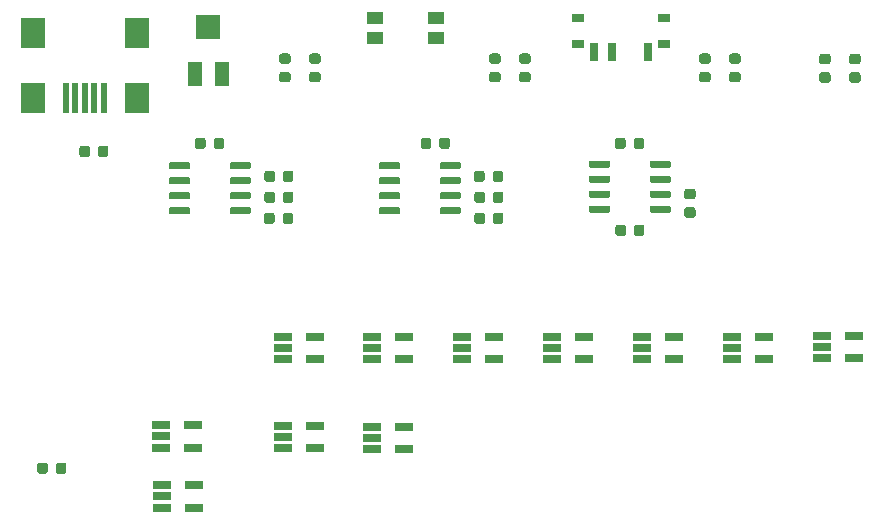
<source format=gbr>
G04 #@! TF.GenerationSoftware,KiCad,Pcbnew,(5.1.5)-3*
G04 #@! TF.CreationDate,2021-01-18T17:20:57+00:00*
G04 #@! TF.ProjectId,Little Logic Computer - Power+Timing,4c697474-6c65-4204-9c6f-67696320436f,rev?*
G04 #@! TF.SameCoordinates,Original*
G04 #@! TF.FileFunction,Paste,Top*
G04 #@! TF.FilePolarity,Positive*
%FSLAX46Y46*%
G04 Gerber Fmt 4.6, Leading zero omitted, Abs format (unit mm)*
G04 Created by KiCad (PCBNEW (5.1.5)-3) date 2021-01-18 17:20:57*
%MOMM*%
%LPD*%
G04 APERTURE LIST*
%ADD10R,1.560000X0.650000*%
%ADD11R,0.500000X2.500000*%
%ADD12R,2.000000X2.500000*%
%ADD13C,0.100000*%
%ADD14R,1.000000X0.800000*%
%ADD15R,0.700000X1.500000*%
%ADD16R,1.450000X1.000000*%
%ADD17R,1.300000X2.000000*%
%ADD18R,2.000000X2.000000*%
G04 APERTURE END LIST*
D10*
X183218000Y-105730000D03*
X183218000Y-107630000D03*
X180518000Y-107630000D03*
X180518000Y-106680000D03*
X180518000Y-105730000D03*
X175598000Y-105796000D03*
X175598000Y-107696000D03*
X172898000Y-107696000D03*
X172898000Y-106746000D03*
X172898000Y-105796000D03*
X160358000Y-105796000D03*
X160358000Y-107696000D03*
X157658000Y-107696000D03*
X157658000Y-106746000D03*
X157658000Y-105796000D03*
X167978000Y-105796000D03*
X167978000Y-107696000D03*
X165278000Y-107696000D03*
X165278000Y-106746000D03*
X165278000Y-105796000D03*
X152738000Y-105796000D03*
X152738000Y-107696000D03*
X150038000Y-107696000D03*
X150038000Y-106746000D03*
X150038000Y-105796000D03*
X145118000Y-113416000D03*
X145118000Y-115316000D03*
X142418000Y-115316000D03*
X142418000Y-114366000D03*
X142418000Y-113416000D03*
X145118000Y-105796000D03*
X145118000Y-107696000D03*
X142418000Y-107696000D03*
X142418000Y-106746000D03*
X142418000Y-105796000D03*
X137592000Y-113350000D03*
X137592000Y-115250000D03*
X134892000Y-115250000D03*
X134892000Y-114300000D03*
X134892000Y-113350000D03*
X137592000Y-105796000D03*
X137592000Y-107696000D03*
X134892000Y-107696000D03*
X134892000Y-106746000D03*
X134892000Y-105796000D03*
X127258000Y-113284000D03*
X127258000Y-115184000D03*
X124558000Y-115184000D03*
X124558000Y-114234000D03*
X124558000Y-113284000D03*
X127338000Y-118364000D03*
X127338000Y-120264000D03*
X124638000Y-120264000D03*
X124638000Y-119314000D03*
X124638000Y-118364000D03*
D11*
X116510000Y-85582000D03*
X117310000Y-85582000D03*
X118110000Y-85582000D03*
X118910000Y-85582000D03*
X119710000Y-85582000D03*
D12*
X113710000Y-85582000D03*
X122510000Y-85582000D03*
X113710000Y-80082000D03*
X122510000Y-80082000D03*
D13*
G36*
X118324691Y-89620053D02*
G01*
X118345926Y-89623203D01*
X118366750Y-89628419D01*
X118386962Y-89635651D01*
X118406368Y-89644830D01*
X118424781Y-89655866D01*
X118442024Y-89668654D01*
X118457930Y-89683070D01*
X118472346Y-89698976D01*
X118485134Y-89716219D01*
X118496170Y-89734632D01*
X118505349Y-89754038D01*
X118512581Y-89774250D01*
X118517797Y-89795074D01*
X118520947Y-89816309D01*
X118522000Y-89837750D01*
X118522000Y-90350250D01*
X118520947Y-90371691D01*
X118517797Y-90392926D01*
X118512581Y-90413750D01*
X118505349Y-90433962D01*
X118496170Y-90453368D01*
X118485134Y-90471781D01*
X118472346Y-90489024D01*
X118457930Y-90504930D01*
X118442024Y-90519346D01*
X118424781Y-90532134D01*
X118406368Y-90543170D01*
X118386962Y-90552349D01*
X118366750Y-90559581D01*
X118345926Y-90564797D01*
X118324691Y-90567947D01*
X118303250Y-90569000D01*
X117865750Y-90569000D01*
X117844309Y-90567947D01*
X117823074Y-90564797D01*
X117802250Y-90559581D01*
X117782038Y-90552349D01*
X117762632Y-90543170D01*
X117744219Y-90532134D01*
X117726976Y-90519346D01*
X117711070Y-90504930D01*
X117696654Y-90489024D01*
X117683866Y-90471781D01*
X117672830Y-90453368D01*
X117663651Y-90433962D01*
X117656419Y-90413750D01*
X117651203Y-90392926D01*
X117648053Y-90371691D01*
X117647000Y-90350250D01*
X117647000Y-89837750D01*
X117648053Y-89816309D01*
X117651203Y-89795074D01*
X117656419Y-89774250D01*
X117663651Y-89754038D01*
X117672830Y-89734632D01*
X117683866Y-89716219D01*
X117696654Y-89698976D01*
X117711070Y-89683070D01*
X117726976Y-89668654D01*
X117744219Y-89655866D01*
X117762632Y-89644830D01*
X117782038Y-89635651D01*
X117802250Y-89628419D01*
X117823074Y-89623203D01*
X117844309Y-89620053D01*
X117865750Y-89619000D01*
X118303250Y-89619000D01*
X118324691Y-89620053D01*
G37*
G36*
X119899691Y-89620053D02*
G01*
X119920926Y-89623203D01*
X119941750Y-89628419D01*
X119961962Y-89635651D01*
X119981368Y-89644830D01*
X119999781Y-89655866D01*
X120017024Y-89668654D01*
X120032930Y-89683070D01*
X120047346Y-89698976D01*
X120060134Y-89716219D01*
X120071170Y-89734632D01*
X120080349Y-89754038D01*
X120087581Y-89774250D01*
X120092797Y-89795074D01*
X120095947Y-89816309D01*
X120097000Y-89837750D01*
X120097000Y-90350250D01*
X120095947Y-90371691D01*
X120092797Y-90392926D01*
X120087581Y-90413750D01*
X120080349Y-90433962D01*
X120071170Y-90453368D01*
X120060134Y-90471781D01*
X120047346Y-90489024D01*
X120032930Y-90504930D01*
X120017024Y-90519346D01*
X119999781Y-90532134D01*
X119981368Y-90543170D01*
X119961962Y-90552349D01*
X119941750Y-90559581D01*
X119920926Y-90564797D01*
X119899691Y-90567947D01*
X119878250Y-90569000D01*
X119440750Y-90569000D01*
X119419309Y-90567947D01*
X119398074Y-90564797D01*
X119377250Y-90559581D01*
X119357038Y-90552349D01*
X119337632Y-90543170D01*
X119319219Y-90532134D01*
X119301976Y-90519346D01*
X119286070Y-90504930D01*
X119271654Y-90489024D01*
X119258866Y-90471781D01*
X119247830Y-90453368D01*
X119238651Y-90433962D01*
X119231419Y-90413750D01*
X119226203Y-90392926D01*
X119223053Y-90371691D01*
X119222000Y-90350250D01*
X119222000Y-89837750D01*
X119223053Y-89816309D01*
X119226203Y-89795074D01*
X119231419Y-89774250D01*
X119238651Y-89754038D01*
X119247830Y-89734632D01*
X119258866Y-89716219D01*
X119271654Y-89698976D01*
X119286070Y-89683070D01*
X119301976Y-89668654D01*
X119319219Y-89655866D01*
X119337632Y-89644830D01*
X119357038Y-89635651D01*
X119377250Y-89628419D01*
X119398074Y-89623203D01*
X119419309Y-89620053D01*
X119440750Y-89619000D01*
X119878250Y-89619000D01*
X119899691Y-89620053D01*
G37*
G36*
X149796703Y-91013722D02*
G01*
X149811264Y-91015882D01*
X149825543Y-91019459D01*
X149839403Y-91024418D01*
X149852710Y-91030712D01*
X149865336Y-91038280D01*
X149877159Y-91047048D01*
X149888066Y-91056934D01*
X149897952Y-91067841D01*
X149906720Y-91079664D01*
X149914288Y-91092290D01*
X149920582Y-91105597D01*
X149925541Y-91119457D01*
X149929118Y-91133736D01*
X149931278Y-91148297D01*
X149932000Y-91163000D01*
X149932000Y-91463000D01*
X149931278Y-91477703D01*
X149929118Y-91492264D01*
X149925541Y-91506543D01*
X149920582Y-91520403D01*
X149914288Y-91533710D01*
X149906720Y-91546336D01*
X149897952Y-91558159D01*
X149888066Y-91569066D01*
X149877159Y-91578952D01*
X149865336Y-91587720D01*
X149852710Y-91595288D01*
X149839403Y-91601582D01*
X149825543Y-91606541D01*
X149811264Y-91610118D01*
X149796703Y-91612278D01*
X149782000Y-91613000D01*
X148332000Y-91613000D01*
X148317297Y-91612278D01*
X148302736Y-91610118D01*
X148288457Y-91606541D01*
X148274597Y-91601582D01*
X148261290Y-91595288D01*
X148248664Y-91587720D01*
X148236841Y-91578952D01*
X148225934Y-91569066D01*
X148216048Y-91558159D01*
X148207280Y-91546336D01*
X148199712Y-91533710D01*
X148193418Y-91520403D01*
X148188459Y-91506543D01*
X148184882Y-91492264D01*
X148182722Y-91477703D01*
X148182000Y-91463000D01*
X148182000Y-91163000D01*
X148182722Y-91148297D01*
X148184882Y-91133736D01*
X148188459Y-91119457D01*
X148193418Y-91105597D01*
X148199712Y-91092290D01*
X148207280Y-91079664D01*
X148216048Y-91067841D01*
X148225934Y-91056934D01*
X148236841Y-91047048D01*
X148248664Y-91038280D01*
X148261290Y-91030712D01*
X148274597Y-91024418D01*
X148288457Y-91019459D01*
X148302736Y-91015882D01*
X148317297Y-91013722D01*
X148332000Y-91013000D01*
X149782000Y-91013000D01*
X149796703Y-91013722D01*
G37*
G36*
X149796703Y-92283722D02*
G01*
X149811264Y-92285882D01*
X149825543Y-92289459D01*
X149839403Y-92294418D01*
X149852710Y-92300712D01*
X149865336Y-92308280D01*
X149877159Y-92317048D01*
X149888066Y-92326934D01*
X149897952Y-92337841D01*
X149906720Y-92349664D01*
X149914288Y-92362290D01*
X149920582Y-92375597D01*
X149925541Y-92389457D01*
X149929118Y-92403736D01*
X149931278Y-92418297D01*
X149932000Y-92433000D01*
X149932000Y-92733000D01*
X149931278Y-92747703D01*
X149929118Y-92762264D01*
X149925541Y-92776543D01*
X149920582Y-92790403D01*
X149914288Y-92803710D01*
X149906720Y-92816336D01*
X149897952Y-92828159D01*
X149888066Y-92839066D01*
X149877159Y-92848952D01*
X149865336Y-92857720D01*
X149852710Y-92865288D01*
X149839403Y-92871582D01*
X149825543Y-92876541D01*
X149811264Y-92880118D01*
X149796703Y-92882278D01*
X149782000Y-92883000D01*
X148332000Y-92883000D01*
X148317297Y-92882278D01*
X148302736Y-92880118D01*
X148288457Y-92876541D01*
X148274597Y-92871582D01*
X148261290Y-92865288D01*
X148248664Y-92857720D01*
X148236841Y-92848952D01*
X148225934Y-92839066D01*
X148216048Y-92828159D01*
X148207280Y-92816336D01*
X148199712Y-92803710D01*
X148193418Y-92790403D01*
X148188459Y-92776543D01*
X148184882Y-92762264D01*
X148182722Y-92747703D01*
X148182000Y-92733000D01*
X148182000Y-92433000D01*
X148182722Y-92418297D01*
X148184882Y-92403736D01*
X148188459Y-92389457D01*
X148193418Y-92375597D01*
X148199712Y-92362290D01*
X148207280Y-92349664D01*
X148216048Y-92337841D01*
X148225934Y-92326934D01*
X148236841Y-92317048D01*
X148248664Y-92308280D01*
X148261290Y-92300712D01*
X148274597Y-92294418D01*
X148288457Y-92289459D01*
X148302736Y-92285882D01*
X148317297Y-92283722D01*
X148332000Y-92283000D01*
X149782000Y-92283000D01*
X149796703Y-92283722D01*
G37*
G36*
X149796703Y-93553722D02*
G01*
X149811264Y-93555882D01*
X149825543Y-93559459D01*
X149839403Y-93564418D01*
X149852710Y-93570712D01*
X149865336Y-93578280D01*
X149877159Y-93587048D01*
X149888066Y-93596934D01*
X149897952Y-93607841D01*
X149906720Y-93619664D01*
X149914288Y-93632290D01*
X149920582Y-93645597D01*
X149925541Y-93659457D01*
X149929118Y-93673736D01*
X149931278Y-93688297D01*
X149932000Y-93703000D01*
X149932000Y-94003000D01*
X149931278Y-94017703D01*
X149929118Y-94032264D01*
X149925541Y-94046543D01*
X149920582Y-94060403D01*
X149914288Y-94073710D01*
X149906720Y-94086336D01*
X149897952Y-94098159D01*
X149888066Y-94109066D01*
X149877159Y-94118952D01*
X149865336Y-94127720D01*
X149852710Y-94135288D01*
X149839403Y-94141582D01*
X149825543Y-94146541D01*
X149811264Y-94150118D01*
X149796703Y-94152278D01*
X149782000Y-94153000D01*
X148332000Y-94153000D01*
X148317297Y-94152278D01*
X148302736Y-94150118D01*
X148288457Y-94146541D01*
X148274597Y-94141582D01*
X148261290Y-94135288D01*
X148248664Y-94127720D01*
X148236841Y-94118952D01*
X148225934Y-94109066D01*
X148216048Y-94098159D01*
X148207280Y-94086336D01*
X148199712Y-94073710D01*
X148193418Y-94060403D01*
X148188459Y-94046543D01*
X148184882Y-94032264D01*
X148182722Y-94017703D01*
X148182000Y-94003000D01*
X148182000Y-93703000D01*
X148182722Y-93688297D01*
X148184882Y-93673736D01*
X148188459Y-93659457D01*
X148193418Y-93645597D01*
X148199712Y-93632290D01*
X148207280Y-93619664D01*
X148216048Y-93607841D01*
X148225934Y-93596934D01*
X148236841Y-93587048D01*
X148248664Y-93578280D01*
X148261290Y-93570712D01*
X148274597Y-93564418D01*
X148288457Y-93559459D01*
X148302736Y-93555882D01*
X148317297Y-93553722D01*
X148332000Y-93553000D01*
X149782000Y-93553000D01*
X149796703Y-93553722D01*
G37*
G36*
X149796703Y-94823722D02*
G01*
X149811264Y-94825882D01*
X149825543Y-94829459D01*
X149839403Y-94834418D01*
X149852710Y-94840712D01*
X149865336Y-94848280D01*
X149877159Y-94857048D01*
X149888066Y-94866934D01*
X149897952Y-94877841D01*
X149906720Y-94889664D01*
X149914288Y-94902290D01*
X149920582Y-94915597D01*
X149925541Y-94929457D01*
X149929118Y-94943736D01*
X149931278Y-94958297D01*
X149932000Y-94973000D01*
X149932000Y-95273000D01*
X149931278Y-95287703D01*
X149929118Y-95302264D01*
X149925541Y-95316543D01*
X149920582Y-95330403D01*
X149914288Y-95343710D01*
X149906720Y-95356336D01*
X149897952Y-95368159D01*
X149888066Y-95379066D01*
X149877159Y-95388952D01*
X149865336Y-95397720D01*
X149852710Y-95405288D01*
X149839403Y-95411582D01*
X149825543Y-95416541D01*
X149811264Y-95420118D01*
X149796703Y-95422278D01*
X149782000Y-95423000D01*
X148332000Y-95423000D01*
X148317297Y-95422278D01*
X148302736Y-95420118D01*
X148288457Y-95416541D01*
X148274597Y-95411582D01*
X148261290Y-95405288D01*
X148248664Y-95397720D01*
X148236841Y-95388952D01*
X148225934Y-95379066D01*
X148216048Y-95368159D01*
X148207280Y-95356336D01*
X148199712Y-95343710D01*
X148193418Y-95330403D01*
X148188459Y-95316543D01*
X148184882Y-95302264D01*
X148182722Y-95287703D01*
X148182000Y-95273000D01*
X148182000Y-94973000D01*
X148182722Y-94958297D01*
X148184882Y-94943736D01*
X148188459Y-94929457D01*
X148193418Y-94915597D01*
X148199712Y-94902290D01*
X148207280Y-94889664D01*
X148216048Y-94877841D01*
X148225934Y-94866934D01*
X148236841Y-94857048D01*
X148248664Y-94848280D01*
X148261290Y-94840712D01*
X148274597Y-94834418D01*
X148288457Y-94829459D01*
X148302736Y-94825882D01*
X148317297Y-94823722D01*
X148332000Y-94823000D01*
X149782000Y-94823000D01*
X149796703Y-94823722D01*
G37*
G36*
X144646703Y-94823722D02*
G01*
X144661264Y-94825882D01*
X144675543Y-94829459D01*
X144689403Y-94834418D01*
X144702710Y-94840712D01*
X144715336Y-94848280D01*
X144727159Y-94857048D01*
X144738066Y-94866934D01*
X144747952Y-94877841D01*
X144756720Y-94889664D01*
X144764288Y-94902290D01*
X144770582Y-94915597D01*
X144775541Y-94929457D01*
X144779118Y-94943736D01*
X144781278Y-94958297D01*
X144782000Y-94973000D01*
X144782000Y-95273000D01*
X144781278Y-95287703D01*
X144779118Y-95302264D01*
X144775541Y-95316543D01*
X144770582Y-95330403D01*
X144764288Y-95343710D01*
X144756720Y-95356336D01*
X144747952Y-95368159D01*
X144738066Y-95379066D01*
X144727159Y-95388952D01*
X144715336Y-95397720D01*
X144702710Y-95405288D01*
X144689403Y-95411582D01*
X144675543Y-95416541D01*
X144661264Y-95420118D01*
X144646703Y-95422278D01*
X144632000Y-95423000D01*
X143182000Y-95423000D01*
X143167297Y-95422278D01*
X143152736Y-95420118D01*
X143138457Y-95416541D01*
X143124597Y-95411582D01*
X143111290Y-95405288D01*
X143098664Y-95397720D01*
X143086841Y-95388952D01*
X143075934Y-95379066D01*
X143066048Y-95368159D01*
X143057280Y-95356336D01*
X143049712Y-95343710D01*
X143043418Y-95330403D01*
X143038459Y-95316543D01*
X143034882Y-95302264D01*
X143032722Y-95287703D01*
X143032000Y-95273000D01*
X143032000Y-94973000D01*
X143032722Y-94958297D01*
X143034882Y-94943736D01*
X143038459Y-94929457D01*
X143043418Y-94915597D01*
X143049712Y-94902290D01*
X143057280Y-94889664D01*
X143066048Y-94877841D01*
X143075934Y-94866934D01*
X143086841Y-94857048D01*
X143098664Y-94848280D01*
X143111290Y-94840712D01*
X143124597Y-94834418D01*
X143138457Y-94829459D01*
X143152736Y-94825882D01*
X143167297Y-94823722D01*
X143182000Y-94823000D01*
X144632000Y-94823000D01*
X144646703Y-94823722D01*
G37*
G36*
X144646703Y-93553722D02*
G01*
X144661264Y-93555882D01*
X144675543Y-93559459D01*
X144689403Y-93564418D01*
X144702710Y-93570712D01*
X144715336Y-93578280D01*
X144727159Y-93587048D01*
X144738066Y-93596934D01*
X144747952Y-93607841D01*
X144756720Y-93619664D01*
X144764288Y-93632290D01*
X144770582Y-93645597D01*
X144775541Y-93659457D01*
X144779118Y-93673736D01*
X144781278Y-93688297D01*
X144782000Y-93703000D01*
X144782000Y-94003000D01*
X144781278Y-94017703D01*
X144779118Y-94032264D01*
X144775541Y-94046543D01*
X144770582Y-94060403D01*
X144764288Y-94073710D01*
X144756720Y-94086336D01*
X144747952Y-94098159D01*
X144738066Y-94109066D01*
X144727159Y-94118952D01*
X144715336Y-94127720D01*
X144702710Y-94135288D01*
X144689403Y-94141582D01*
X144675543Y-94146541D01*
X144661264Y-94150118D01*
X144646703Y-94152278D01*
X144632000Y-94153000D01*
X143182000Y-94153000D01*
X143167297Y-94152278D01*
X143152736Y-94150118D01*
X143138457Y-94146541D01*
X143124597Y-94141582D01*
X143111290Y-94135288D01*
X143098664Y-94127720D01*
X143086841Y-94118952D01*
X143075934Y-94109066D01*
X143066048Y-94098159D01*
X143057280Y-94086336D01*
X143049712Y-94073710D01*
X143043418Y-94060403D01*
X143038459Y-94046543D01*
X143034882Y-94032264D01*
X143032722Y-94017703D01*
X143032000Y-94003000D01*
X143032000Y-93703000D01*
X143032722Y-93688297D01*
X143034882Y-93673736D01*
X143038459Y-93659457D01*
X143043418Y-93645597D01*
X143049712Y-93632290D01*
X143057280Y-93619664D01*
X143066048Y-93607841D01*
X143075934Y-93596934D01*
X143086841Y-93587048D01*
X143098664Y-93578280D01*
X143111290Y-93570712D01*
X143124597Y-93564418D01*
X143138457Y-93559459D01*
X143152736Y-93555882D01*
X143167297Y-93553722D01*
X143182000Y-93553000D01*
X144632000Y-93553000D01*
X144646703Y-93553722D01*
G37*
G36*
X144646703Y-92283722D02*
G01*
X144661264Y-92285882D01*
X144675543Y-92289459D01*
X144689403Y-92294418D01*
X144702710Y-92300712D01*
X144715336Y-92308280D01*
X144727159Y-92317048D01*
X144738066Y-92326934D01*
X144747952Y-92337841D01*
X144756720Y-92349664D01*
X144764288Y-92362290D01*
X144770582Y-92375597D01*
X144775541Y-92389457D01*
X144779118Y-92403736D01*
X144781278Y-92418297D01*
X144782000Y-92433000D01*
X144782000Y-92733000D01*
X144781278Y-92747703D01*
X144779118Y-92762264D01*
X144775541Y-92776543D01*
X144770582Y-92790403D01*
X144764288Y-92803710D01*
X144756720Y-92816336D01*
X144747952Y-92828159D01*
X144738066Y-92839066D01*
X144727159Y-92848952D01*
X144715336Y-92857720D01*
X144702710Y-92865288D01*
X144689403Y-92871582D01*
X144675543Y-92876541D01*
X144661264Y-92880118D01*
X144646703Y-92882278D01*
X144632000Y-92883000D01*
X143182000Y-92883000D01*
X143167297Y-92882278D01*
X143152736Y-92880118D01*
X143138457Y-92876541D01*
X143124597Y-92871582D01*
X143111290Y-92865288D01*
X143098664Y-92857720D01*
X143086841Y-92848952D01*
X143075934Y-92839066D01*
X143066048Y-92828159D01*
X143057280Y-92816336D01*
X143049712Y-92803710D01*
X143043418Y-92790403D01*
X143038459Y-92776543D01*
X143034882Y-92762264D01*
X143032722Y-92747703D01*
X143032000Y-92733000D01*
X143032000Y-92433000D01*
X143032722Y-92418297D01*
X143034882Y-92403736D01*
X143038459Y-92389457D01*
X143043418Y-92375597D01*
X143049712Y-92362290D01*
X143057280Y-92349664D01*
X143066048Y-92337841D01*
X143075934Y-92326934D01*
X143086841Y-92317048D01*
X143098664Y-92308280D01*
X143111290Y-92300712D01*
X143124597Y-92294418D01*
X143138457Y-92289459D01*
X143152736Y-92285882D01*
X143167297Y-92283722D01*
X143182000Y-92283000D01*
X144632000Y-92283000D01*
X144646703Y-92283722D01*
G37*
G36*
X144646703Y-91013722D02*
G01*
X144661264Y-91015882D01*
X144675543Y-91019459D01*
X144689403Y-91024418D01*
X144702710Y-91030712D01*
X144715336Y-91038280D01*
X144727159Y-91047048D01*
X144738066Y-91056934D01*
X144747952Y-91067841D01*
X144756720Y-91079664D01*
X144764288Y-91092290D01*
X144770582Y-91105597D01*
X144775541Y-91119457D01*
X144779118Y-91133736D01*
X144781278Y-91148297D01*
X144782000Y-91163000D01*
X144782000Y-91463000D01*
X144781278Y-91477703D01*
X144779118Y-91492264D01*
X144775541Y-91506543D01*
X144770582Y-91520403D01*
X144764288Y-91533710D01*
X144756720Y-91546336D01*
X144747952Y-91558159D01*
X144738066Y-91569066D01*
X144727159Y-91578952D01*
X144715336Y-91587720D01*
X144702710Y-91595288D01*
X144689403Y-91601582D01*
X144675543Y-91606541D01*
X144661264Y-91610118D01*
X144646703Y-91612278D01*
X144632000Y-91613000D01*
X143182000Y-91613000D01*
X143167297Y-91612278D01*
X143152736Y-91610118D01*
X143138457Y-91606541D01*
X143124597Y-91601582D01*
X143111290Y-91595288D01*
X143098664Y-91587720D01*
X143086841Y-91578952D01*
X143075934Y-91569066D01*
X143066048Y-91558159D01*
X143057280Y-91546336D01*
X143049712Y-91533710D01*
X143043418Y-91520403D01*
X143038459Y-91506543D01*
X143034882Y-91492264D01*
X143032722Y-91477703D01*
X143032000Y-91463000D01*
X143032000Y-91163000D01*
X143032722Y-91148297D01*
X143034882Y-91133736D01*
X143038459Y-91119457D01*
X143043418Y-91105597D01*
X143049712Y-91092290D01*
X143057280Y-91079664D01*
X143066048Y-91067841D01*
X143075934Y-91056934D01*
X143086841Y-91047048D01*
X143098664Y-91038280D01*
X143111290Y-91030712D01*
X143124597Y-91024418D01*
X143138457Y-91019459D01*
X143152736Y-91015882D01*
X143167297Y-91013722D01*
X143182000Y-91013000D01*
X144632000Y-91013000D01*
X144646703Y-91013722D01*
G37*
G36*
X167576703Y-90886722D02*
G01*
X167591264Y-90888882D01*
X167605543Y-90892459D01*
X167619403Y-90897418D01*
X167632710Y-90903712D01*
X167645336Y-90911280D01*
X167657159Y-90920048D01*
X167668066Y-90929934D01*
X167677952Y-90940841D01*
X167686720Y-90952664D01*
X167694288Y-90965290D01*
X167700582Y-90978597D01*
X167705541Y-90992457D01*
X167709118Y-91006736D01*
X167711278Y-91021297D01*
X167712000Y-91036000D01*
X167712000Y-91336000D01*
X167711278Y-91350703D01*
X167709118Y-91365264D01*
X167705541Y-91379543D01*
X167700582Y-91393403D01*
X167694288Y-91406710D01*
X167686720Y-91419336D01*
X167677952Y-91431159D01*
X167668066Y-91442066D01*
X167657159Y-91451952D01*
X167645336Y-91460720D01*
X167632710Y-91468288D01*
X167619403Y-91474582D01*
X167605543Y-91479541D01*
X167591264Y-91483118D01*
X167576703Y-91485278D01*
X167562000Y-91486000D01*
X166112000Y-91486000D01*
X166097297Y-91485278D01*
X166082736Y-91483118D01*
X166068457Y-91479541D01*
X166054597Y-91474582D01*
X166041290Y-91468288D01*
X166028664Y-91460720D01*
X166016841Y-91451952D01*
X166005934Y-91442066D01*
X165996048Y-91431159D01*
X165987280Y-91419336D01*
X165979712Y-91406710D01*
X165973418Y-91393403D01*
X165968459Y-91379543D01*
X165964882Y-91365264D01*
X165962722Y-91350703D01*
X165962000Y-91336000D01*
X165962000Y-91036000D01*
X165962722Y-91021297D01*
X165964882Y-91006736D01*
X165968459Y-90992457D01*
X165973418Y-90978597D01*
X165979712Y-90965290D01*
X165987280Y-90952664D01*
X165996048Y-90940841D01*
X166005934Y-90929934D01*
X166016841Y-90920048D01*
X166028664Y-90911280D01*
X166041290Y-90903712D01*
X166054597Y-90897418D01*
X166068457Y-90892459D01*
X166082736Y-90888882D01*
X166097297Y-90886722D01*
X166112000Y-90886000D01*
X167562000Y-90886000D01*
X167576703Y-90886722D01*
G37*
G36*
X167576703Y-92156722D02*
G01*
X167591264Y-92158882D01*
X167605543Y-92162459D01*
X167619403Y-92167418D01*
X167632710Y-92173712D01*
X167645336Y-92181280D01*
X167657159Y-92190048D01*
X167668066Y-92199934D01*
X167677952Y-92210841D01*
X167686720Y-92222664D01*
X167694288Y-92235290D01*
X167700582Y-92248597D01*
X167705541Y-92262457D01*
X167709118Y-92276736D01*
X167711278Y-92291297D01*
X167712000Y-92306000D01*
X167712000Y-92606000D01*
X167711278Y-92620703D01*
X167709118Y-92635264D01*
X167705541Y-92649543D01*
X167700582Y-92663403D01*
X167694288Y-92676710D01*
X167686720Y-92689336D01*
X167677952Y-92701159D01*
X167668066Y-92712066D01*
X167657159Y-92721952D01*
X167645336Y-92730720D01*
X167632710Y-92738288D01*
X167619403Y-92744582D01*
X167605543Y-92749541D01*
X167591264Y-92753118D01*
X167576703Y-92755278D01*
X167562000Y-92756000D01*
X166112000Y-92756000D01*
X166097297Y-92755278D01*
X166082736Y-92753118D01*
X166068457Y-92749541D01*
X166054597Y-92744582D01*
X166041290Y-92738288D01*
X166028664Y-92730720D01*
X166016841Y-92721952D01*
X166005934Y-92712066D01*
X165996048Y-92701159D01*
X165987280Y-92689336D01*
X165979712Y-92676710D01*
X165973418Y-92663403D01*
X165968459Y-92649543D01*
X165964882Y-92635264D01*
X165962722Y-92620703D01*
X165962000Y-92606000D01*
X165962000Y-92306000D01*
X165962722Y-92291297D01*
X165964882Y-92276736D01*
X165968459Y-92262457D01*
X165973418Y-92248597D01*
X165979712Y-92235290D01*
X165987280Y-92222664D01*
X165996048Y-92210841D01*
X166005934Y-92199934D01*
X166016841Y-92190048D01*
X166028664Y-92181280D01*
X166041290Y-92173712D01*
X166054597Y-92167418D01*
X166068457Y-92162459D01*
X166082736Y-92158882D01*
X166097297Y-92156722D01*
X166112000Y-92156000D01*
X167562000Y-92156000D01*
X167576703Y-92156722D01*
G37*
G36*
X167576703Y-93426722D02*
G01*
X167591264Y-93428882D01*
X167605543Y-93432459D01*
X167619403Y-93437418D01*
X167632710Y-93443712D01*
X167645336Y-93451280D01*
X167657159Y-93460048D01*
X167668066Y-93469934D01*
X167677952Y-93480841D01*
X167686720Y-93492664D01*
X167694288Y-93505290D01*
X167700582Y-93518597D01*
X167705541Y-93532457D01*
X167709118Y-93546736D01*
X167711278Y-93561297D01*
X167712000Y-93576000D01*
X167712000Y-93876000D01*
X167711278Y-93890703D01*
X167709118Y-93905264D01*
X167705541Y-93919543D01*
X167700582Y-93933403D01*
X167694288Y-93946710D01*
X167686720Y-93959336D01*
X167677952Y-93971159D01*
X167668066Y-93982066D01*
X167657159Y-93991952D01*
X167645336Y-94000720D01*
X167632710Y-94008288D01*
X167619403Y-94014582D01*
X167605543Y-94019541D01*
X167591264Y-94023118D01*
X167576703Y-94025278D01*
X167562000Y-94026000D01*
X166112000Y-94026000D01*
X166097297Y-94025278D01*
X166082736Y-94023118D01*
X166068457Y-94019541D01*
X166054597Y-94014582D01*
X166041290Y-94008288D01*
X166028664Y-94000720D01*
X166016841Y-93991952D01*
X166005934Y-93982066D01*
X165996048Y-93971159D01*
X165987280Y-93959336D01*
X165979712Y-93946710D01*
X165973418Y-93933403D01*
X165968459Y-93919543D01*
X165964882Y-93905264D01*
X165962722Y-93890703D01*
X165962000Y-93876000D01*
X165962000Y-93576000D01*
X165962722Y-93561297D01*
X165964882Y-93546736D01*
X165968459Y-93532457D01*
X165973418Y-93518597D01*
X165979712Y-93505290D01*
X165987280Y-93492664D01*
X165996048Y-93480841D01*
X166005934Y-93469934D01*
X166016841Y-93460048D01*
X166028664Y-93451280D01*
X166041290Y-93443712D01*
X166054597Y-93437418D01*
X166068457Y-93432459D01*
X166082736Y-93428882D01*
X166097297Y-93426722D01*
X166112000Y-93426000D01*
X167562000Y-93426000D01*
X167576703Y-93426722D01*
G37*
G36*
X167576703Y-94696722D02*
G01*
X167591264Y-94698882D01*
X167605543Y-94702459D01*
X167619403Y-94707418D01*
X167632710Y-94713712D01*
X167645336Y-94721280D01*
X167657159Y-94730048D01*
X167668066Y-94739934D01*
X167677952Y-94750841D01*
X167686720Y-94762664D01*
X167694288Y-94775290D01*
X167700582Y-94788597D01*
X167705541Y-94802457D01*
X167709118Y-94816736D01*
X167711278Y-94831297D01*
X167712000Y-94846000D01*
X167712000Y-95146000D01*
X167711278Y-95160703D01*
X167709118Y-95175264D01*
X167705541Y-95189543D01*
X167700582Y-95203403D01*
X167694288Y-95216710D01*
X167686720Y-95229336D01*
X167677952Y-95241159D01*
X167668066Y-95252066D01*
X167657159Y-95261952D01*
X167645336Y-95270720D01*
X167632710Y-95278288D01*
X167619403Y-95284582D01*
X167605543Y-95289541D01*
X167591264Y-95293118D01*
X167576703Y-95295278D01*
X167562000Y-95296000D01*
X166112000Y-95296000D01*
X166097297Y-95295278D01*
X166082736Y-95293118D01*
X166068457Y-95289541D01*
X166054597Y-95284582D01*
X166041290Y-95278288D01*
X166028664Y-95270720D01*
X166016841Y-95261952D01*
X166005934Y-95252066D01*
X165996048Y-95241159D01*
X165987280Y-95229336D01*
X165979712Y-95216710D01*
X165973418Y-95203403D01*
X165968459Y-95189543D01*
X165964882Y-95175264D01*
X165962722Y-95160703D01*
X165962000Y-95146000D01*
X165962000Y-94846000D01*
X165962722Y-94831297D01*
X165964882Y-94816736D01*
X165968459Y-94802457D01*
X165973418Y-94788597D01*
X165979712Y-94775290D01*
X165987280Y-94762664D01*
X165996048Y-94750841D01*
X166005934Y-94739934D01*
X166016841Y-94730048D01*
X166028664Y-94721280D01*
X166041290Y-94713712D01*
X166054597Y-94707418D01*
X166068457Y-94702459D01*
X166082736Y-94698882D01*
X166097297Y-94696722D01*
X166112000Y-94696000D01*
X167562000Y-94696000D01*
X167576703Y-94696722D01*
G37*
G36*
X162426703Y-94696722D02*
G01*
X162441264Y-94698882D01*
X162455543Y-94702459D01*
X162469403Y-94707418D01*
X162482710Y-94713712D01*
X162495336Y-94721280D01*
X162507159Y-94730048D01*
X162518066Y-94739934D01*
X162527952Y-94750841D01*
X162536720Y-94762664D01*
X162544288Y-94775290D01*
X162550582Y-94788597D01*
X162555541Y-94802457D01*
X162559118Y-94816736D01*
X162561278Y-94831297D01*
X162562000Y-94846000D01*
X162562000Y-95146000D01*
X162561278Y-95160703D01*
X162559118Y-95175264D01*
X162555541Y-95189543D01*
X162550582Y-95203403D01*
X162544288Y-95216710D01*
X162536720Y-95229336D01*
X162527952Y-95241159D01*
X162518066Y-95252066D01*
X162507159Y-95261952D01*
X162495336Y-95270720D01*
X162482710Y-95278288D01*
X162469403Y-95284582D01*
X162455543Y-95289541D01*
X162441264Y-95293118D01*
X162426703Y-95295278D01*
X162412000Y-95296000D01*
X160962000Y-95296000D01*
X160947297Y-95295278D01*
X160932736Y-95293118D01*
X160918457Y-95289541D01*
X160904597Y-95284582D01*
X160891290Y-95278288D01*
X160878664Y-95270720D01*
X160866841Y-95261952D01*
X160855934Y-95252066D01*
X160846048Y-95241159D01*
X160837280Y-95229336D01*
X160829712Y-95216710D01*
X160823418Y-95203403D01*
X160818459Y-95189543D01*
X160814882Y-95175264D01*
X160812722Y-95160703D01*
X160812000Y-95146000D01*
X160812000Y-94846000D01*
X160812722Y-94831297D01*
X160814882Y-94816736D01*
X160818459Y-94802457D01*
X160823418Y-94788597D01*
X160829712Y-94775290D01*
X160837280Y-94762664D01*
X160846048Y-94750841D01*
X160855934Y-94739934D01*
X160866841Y-94730048D01*
X160878664Y-94721280D01*
X160891290Y-94713712D01*
X160904597Y-94707418D01*
X160918457Y-94702459D01*
X160932736Y-94698882D01*
X160947297Y-94696722D01*
X160962000Y-94696000D01*
X162412000Y-94696000D01*
X162426703Y-94696722D01*
G37*
G36*
X162426703Y-93426722D02*
G01*
X162441264Y-93428882D01*
X162455543Y-93432459D01*
X162469403Y-93437418D01*
X162482710Y-93443712D01*
X162495336Y-93451280D01*
X162507159Y-93460048D01*
X162518066Y-93469934D01*
X162527952Y-93480841D01*
X162536720Y-93492664D01*
X162544288Y-93505290D01*
X162550582Y-93518597D01*
X162555541Y-93532457D01*
X162559118Y-93546736D01*
X162561278Y-93561297D01*
X162562000Y-93576000D01*
X162562000Y-93876000D01*
X162561278Y-93890703D01*
X162559118Y-93905264D01*
X162555541Y-93919543D01*
X162550582Y-93933403D01*
X162544288Y-93946710D01*
X162536720Y-93959336D01*
X162527952Y-93971159D01*
X162518066Y-93982066D01*
X162507159Y-93991952D01*
X162495336Y-94000720D01*
X162482710Y-94008288D01*
X162469403Y-94014582D01*
X162455543Y-94019541D01*
X162441264Y-94023118D01*
X162426703Y-94025278D01*
X162412000Y-94026000D01*
X160962000Y-94026000D01*
X160947297Y-94025278D01*
X160932736Y-94023118D01*
X160918457Y-94019541D01*
X160904597Y-94014582D01*
X160891290Y-94008288D01*
X160878664Y-94000720D01*
X160866841Y-93991952D01*
X160855934Y-93982066D01*
X160846048Y-93971159D01*
X160837280Y-93959336D01*
X160829712Y-93946710D01*
X160823418Y-93933403D01*
X160818459Y-93919543D01*
X160814882Y-93905264D01*
X160812722Y-93890703D01*
X160812000Y-93876000D01*
X160812000Y-93576000D01*
X160812722Y-93561297D01*
X160814882Y-93546736D01*
X160818459Y-93532457D01*
X160823418Y-93518597D01*
X160829712Y-93505290D01*
X160837280Y-93492664D01*
X160846048Y-93480841D01*
X160855934Y-93469934D01*
X160866841Y-93460048D01*
X160878664Y-93451280D01*
X160891290Y-93443712D01*
X160904597Y-93437418D01*
X160918457Y-93432459D01*
X160932736Y-93428882D01*
X160947297Y-93426722D01*
X160962000Y-93426000D01*
X162412000Y-93426000D01*
X162426703Y-93426722D01*
G37*
G36*
X162426703Y-92156722D02*
G01*
X162441264Y-92158882D01*
X162455543Y-92162459D01*
X162469403Y-92167418D01*
X162482710Y-92173712D01*
X162495336Y-92181280D01*
X162507159Y-92190048D01*
X162518066Y-92199934D01*
X162527952Y-92210841D01*
X162536720Y-92222664D01*
X162544288Y-92235290D01*
X162550582Y-92248597D01*
X162555541Y-92262457D01*
X162559118Y-92276736D01*
X162561278Y-92291297D01*
X162562000Y-92306000D01*
X162562000Y-92606000D01*
X162561278Y-92620703D01*
X162559118Y-92635264D01*
X162555541Y-92649543D01*
X162550582Y-92663403D01*
X162544288Y-92676710D01*
X162536720Y-92689336D01*
X162527952Y-92701159D01*
X162518066Y-92712066D01*
X162507159Y-92721952D01*
X162495336Y-92730720D01*
X162482710Y-92738288D01*
X162469403Y-92744582D01*
X162455543Y-92749541D01*
X162441264Y-92753118D01*
X162426703Y-92755278D01*
X162412000Y-92756000D01*
X160962000Y-92756000D01*
X160947297Y-92755278D01*
X160932736Y-92753118D01*
X160918457Y-92749541D01*
X160904597Y-92744582D01*
X160891290Y-92738288D01*
X160878664Y-92730720D01*
X160866841Y-92721952D01*
X160855934Y-92712066D01*
X160846048Y-92701159D01*
X160837280Y-92689336D01*
X160829712Y-92676710D01*
X160823418Y-92663403D01*
X160818459Y-92649543D01*
X160814882Y-92635264D01*
X160812722Y-92620703D01*
X160812000Y-92606000D01*
X160812000Y-92306000D01*
X160812722Y-92291297D01*
X160814882Y-92276736D01*
X160818459Y-92262457D01*
X160823418Y-92248597D01*
X160829712Y-92235290D01*
X160837280Y-92222664D01*
X160846048Y-92210841D01*
X160855934Y-92199934D01*
X160866841Y-92190048D01*
X160878664Y-92181280D01*
X160891290Y-92173712D01*
X160904597Y-92167418D01*
X160918457Y-92162459D01*
X160932736Y-92158882D01*
X160947297Y-92156722D01*
X160962000Y-92156000D01*
X162412000Y-92156000D01*
X162426703Y-92156722D01*
G37*
G36*
X162426703Y-90886722D02*
G01*
X162441264Y-90888882D01*
X162455543Y-90892459D01*
X162469403Y-90897418D01*
X162482710Y-90903712D01*
X162495336Y-90911280D01*
X162507159Y-90920048D01*
X162518066Y-90929934D01*
X162527952Y-90940841D01*
X162536720Y-90952664D01*
X162544288Y-90965290D01*
X162550582Y-90978597D01*
X162555541Y-90992457D01*
X162559118Y-91006736D01*
X162561278Y-91021297D01*
X162562000Y-91036000D01*
X162562000Y-91336000D01*
X162561278Y-91350703D01*
X162559118Y-91365264D01*
X162555541Y-91379543D01*
X162550582Y-91393403D01*
X162544288Y-91406710D01*
X162536720Y-91419336D01*
X162527952Y-91431159D01*
X162518066Y-91442066D01*
X162507159Y-91451952D01*
X162495336Y-91460720D01*
X162482710Y-91468288D01*
X162469403Y-91474582D01*
X162455543Y-91479541D01*
X162441264Y-91483118D01*
X162426703Y-91485278D01*
X162412000Y-91486000D01*
X160962000Y-91486000D01*
X160947297Y-91485278D01*
X160932736Y-91483118D01*
X160918457Y-91479541D01*
X160904597Y-91474582D01*
X160891290Y-91468288D01*
X160878664Y-91460720D01*
X160866841Y-91451952D01*
X160855934Y-91442066D01*
X160846048Y-91431159D01*
X160837280Y-91419336D01*
X160829712Y-91406710D01*
X160823418Y-91393403D01*
X160818459Y-91379543D01*
X160814882Y-91365264D01*
X160812722Y-91350703D01*
X160812000Y-91336000D01*
X160812000Y-91036000D01*
X160812722Y-91021297D01*
X160814882Y-91006736D01*
X160818459Y-90992457D01*
X160823418Y-90978597D01*
X160829712Y-90965290D01*
X160837280Y-90952664D01*
X160846048Y-90940841D01*
X160855934Y-90929934D01*
X160866841Y-90920048D01*
X160878664Y-90911280D01*
X160891290Y-90903712D01*
X160904597Y-90897418D01*
X160918457Y-90892459D01*
X160932736Y-90888882D01*
X160947297Y-90886722D01*
X160962000Y-90886000D01*
X162412000Y-90886000D01*
X162426703Y-90886722D01*
G37*
G36*
X132016703Y-91013722D02*
G01*
X132031264Y-91015882D01*
X132045543Y-91019459D01*
X132059403Y-91024418D01*
X132072710Y-91030712D01*
X132085336Y-91038280D01*
X132097159Y-91047048D01*
X132108066Y-91056934D01*
X132117952Y-91067841D01*
X132126720Y-91079664D01*
X132134288Y-91092290D01*
X132140582Y-91105597D01*
X132145541Y-91119457D01*
X132149118Y-91133736D01*
X132151278Y-91148297D01*
X132152000Y-91163000D01*
X132152000Y-91463000D01*
X132151278Y-91477703D01*
X132149118Y-91492264D01*
X132145541Y-91506543D01*
X132140582Y-91520403D01*
X132134288Y-91533710D01*
X132126720Y-91546336D01*
X132117952Y-91558159D01*
X132108066Y-91569066D01*
X132097159Y-91578952D01*
X132085336Y-91587720D01*
X132072710Y-91595288D01*
X132059403Y-91601582D01*
X132045543Y-91606541D01*
X132031264Y-91610118D01*
X132016703Y-91612278D01*
X132002000Y-91613000D01*
X130552000Y-91613000D01*
X130537297Y-91612278D01*
X130522736Y-91610118D01*
X130508457Y-91606541D01*
X130494597Y-91601582D01*
X130481290Y-91595288D01*
X130468664Y-91587720D01*
X130456841Y-91578952D01*
X130445934Y-91569066D01*
X130436048Y-91558159D01*
X130427280Y-91546336D01*
X130419712Y-91533710D01*
X130413418Y-91520403D01*
X130408459Y-91506543D01*
X130404882Y-91492264D01*
X130402722Y-91477703D01*
X130402000Y-91463000D01*
X130402000Y-91163000D01*
X130402722Y-91148297D01*
X130404882Y-91133736D01*
X130408459Y-91119457D01*
X130413418Y-91105597D01*
X130419712Y-91092290D01*
X130427280Y-91079664D01*
X130436048Y-91067841D01*
X130445934Y-91056934D01*
X130456841Y-91047048D01*
X130468664Y-91038280D01*
X130481290Y-91030712D01*
X130494597Y-91024418D01*
X130508457Y-91019459D01*
X130522736Y-91015882D01*
X130537297Y-91013722D01*
X130552000Y-91013000D01*
X132002000Y-91013000D01*
X132016703Y-91013722D01*
G37*
G36*
X132016703Y-92283722D02*
G01*
X132031264Y-92285882D01*
X132045543Y-92289459D01*
X132059403Y-92294418D01*
X132072710Y-92300712D01*
X132085336Y-92308280D01*
X132097159Y-92317048D01*
X132108066Y-92326934D01*
X132117952Y-92337841D01*
X132126720Y-92349664D01*
X132134288Y-92362290D01*
X132140582Y-92375597D01*
X132145541Y-92389457D01*
X132149118Y-92403736D01*
X132151278Y-92418297D01*
X132152000Y-92433000D01*
X132152000Y-92733000D01*
X132151278Y-92747703D01*
X132149118Y-92762264D01*
X132145541Y-92776543D01*
X132140582Y-92790403D01*
X132134288Y-92803710D01*
X132126720Y-92816336D01*
X132117952Y-92828159D01*
X132108066Y-92839066D01*
X132097159Y-92848952D01*
X132085336Y-92857720D01*
X132072710Y-92865288D01*
X132059403Y-92871582D01*
X132045543Y-92876541D01*
X132031264Y-92880118D01*
X132016703Y-92882278D01*
X132002000Y-92883000D01*
X130552000Y-92883000D01*
X130537297Y-92882278D01*
X130522736Y-92880118D01*
X130508457Y-92876541D01*
X130494597Y-92871582D01*
X130481290Y-92865288D01*
X130468664Y-92857720D01*
X130456841Y-92848952D01*
X130445934Y-92839066D01*
X130436048Y-92828159D01*
X130427280Y-92816336D01*
X130419712Y-92803710D01*
X130413418Y-92790403D01*
X130408459Y-92776543D01*
X130404882Y-92762264D01*
X130402722Y-92747703D01*
X130402000Y-92733000D01*
X130402000Y-92433000D01*
X130402722Y-92418297D01*
X130404882Y-92403736D01*
X130408459Y-92389457D01*
X130413418Y-92375597D01*
X130419712Y-92362290D01*
X130427280Y-92349664D01*
X130436048Y-92337841D01*
X130445934Y-92326934D01*
X130456841Y-92317048D01*
X130468664Y-92308280D01*
X130481290Y-92300712D01*
X130494597Y-92294418D01*
X130508457Y-92289459D01*
X130522736Y-92285882D01*
X130537297Y-92283722D01*
X130552000Y-92283000D01*
X132002000Y-92283000D01*
X132016703Y-92283722D01*
G37*
G36*
X132016703Y-93553722D02*
G01*
X132031264Y-93555882D01*
X132045543Y-93559459D01*
X132059403Y-93564418D01*
X132072710Y-93570712D01*
X132085336Y-93578280D01*
X132097159Y-93587048D01*
X132108066Y-93596934D01*
X132117952Y-93607841D01*
X132126720Y-93619664D01*
X132134288Y-93632290D01*
X132140582Y-93645597D01*
X132145541Y-93659457D01*
X132149118Y-93673736D01*
X132151278Y-93688297D01*
X132152000Y-93703000D01*
X132152000Y-94003000D01*
X132151278Y-94017703D01*
X132149118Y-94032264D01*
X132145541Y-94046543D01*
X132140582Y-94060403D01*
X132134288Y-94073710D01*
X132126720Y-94086336D01*
X132117952Y-94098159D01*
X132108066Y-94109066D01*
X132097159Y-94118952D01*
X132085336Y-94127720D01*
X132072710Y-94135288D01*
X132059403Y-94141582D01*
X132045543Y-94146541D01*
X132031264Y-94150118D01*
X132016703Y-94152278D01*
X132002000Y-94153000D01*
X130552000Y-94153000D01*
X130537297Y-94152278D01*
X130522736Y-94150118D01*
X130508457Y-94146541D01*
X130494597Y-94141582D01*
X130481290Y-94135288D01*
X130468664Y-94127720D01*
X130456841Y-94118952D01*
X130445934Y-94109066D01*
X130436048Y-94098159D01*
X130427280Y-94086336D01*
X130419712Y-94073710D01*
X130413418Y-94060403D01*
X130408459Y-94046543D01*
X130404882Y-94032264D01*
X130402722Y-94017703D01*
X130402000Y-94003000D01*
X130402000Y-93703000D01*
X130402722Y-93688297D01*
X130404882Y-93673736D01*
X130408459Y-93659457D01*
X130413418Y-93645597D01*
X130419712Y-93632290D01*
X130427280Y-93619664D01*
X130436048Y-93607841D01*
X130445934Y-93596934D01*
X130456841Y-93587048D01*
X130468664Y-93578280D01*
X130481290Y-93570712D01*
X130494597Y-93564418D01*
X130508457Y-93559459D01*
X130522736Y-93555882D01*
X130537297Y-93553722D01*
X130552000Y-93553000D01*
X132002000Y-93553000D01*
X132016703Y-93553722D01*
G37*
G36*
X132016703Y-94823722D02*
G01*
X132031264Y-94825882D01*
X132045543Y-94829459D01*
X132059403Y-94834418D01*
X132072710Y-94840712D01*
X132085336Y-94848280D01*
X132097159Y-94857048D01*
X132108066Y-94866934D01*
X132117952Y-94877841D01*
X132126720Y-94889664D01*
X132134288Y-94902290D01*
X132140582Y-94915597D01*
X132145541Y-94929457D01*
X132149118Y-94943736D01*
X132151278Y-94958297D01*
X132152000Y-94973000D01*
X132152000Y-95273000D01*
X132151278Y-95287703D01*
X132149118Y-95302264D01*
X132145541Y-95316543D01*
X132140582Y-95330403D01*
X132134288Y-95343710D01*
X132126720Y-95356336D01*
X132117952Y-95368159D01*
X132108066Y-95379066D01*
X132097159Y-95388952D01*
X132085336Y-95397720D01*
X132072710Y-95405288D01*
X132059403Y-95411582D01*
X132045543Y-95416541D01*
X132031264Y-95420118D01*
X132016703Y-95422278D01*
X132002000Y-95423000D01*
X130552000Y-95423000D01*
X130537297Y-95422278D01*
X130522736Y-95420118D01*
X130508457Y-95416541D01*
X130494597Y-95411582D01*
X130481290Y-95405288D01*
X130468664Y-95397720D01*
X130456841Y-95388952D01*
X130445934Y-95379066D01*
X130436048Y-95368159D01*
X130427280Y-95356336D01*
X130419712Y-95343710D01*
X130413418Y-95330403D01*
X130408459Y-95316543D01*
X130404882Y-95302264D01*
X130402722Y-95287703D01*
X130402000Y-95273000D01*
X130402000Y-94973000D01*
X130402722Y-94958297D01*
X130404882Y-94943736D01*
X130408459Y-94929457D01*
X130413418Y-94915597D01*
X130419712Y-94902290D01*
X130427280Y-94889664D01*
X130436048Y-94877841D01*
X130445934Y-94866934D01*
X130456841Y-94857048D01*
X130468664Y-94848280D01*
X130481290Y-94840712D01*
X130494597Y-94834418D01*
X130508457Y-94829459D01*
X130522736Y-94825882D01*
X130537297Y-94823722D01*
X130552000Y-94823000D01*
X132002000Y-94823000D01*
X132016703Y-94823722D01*
G37*
G36*
X126866703Y-94823722D02*
G01*
X126881264Y-94825882D01*
X126895543Y-94829459D01*
X126909403Y-94834418D01*
X126922710Y-94840712D01*
X126935336Y-94848280D01*
X126947159Y-94857048D01*
X126958066Y-94866934D01*
X126967952Y-94877841D01*
X126976720Y-94889664D01*
X126984288Y-94902290D01*
X126990582Y-94915597D01*
X126995541Y-94929457D01*
X126999118Y-94943736D01*
X127001278Y-94958297D01*
X127002000Y-94973000D01*
X127002000Y-95273000D01*
X127001278Y-95287703D01*
X126999118Y-95302264D01*
X126995541Y-95316543D01*
X126990582Y-95330403D01*
X126984288Y-95343710D01*
X126976720Y-95356336D01*
X126967952Y-95368159D01*
X126958066Y-95379066D01*
X126947159Y-95388952D01*
X126935336Y-95397720D01*
X126922710Y-95405288D01*
X126909403Y-95411582D01*
X126895543Y-95416541D01*
X126881264Y-95420118D01*
X126866703Y-95422278D01*
X126852000Y-95423000D01*
X125402000Y-95423000D01*
X125387297Y-95422278D01*
X125372736Y-95420118D01*
X125358457Y-95416541D01*
X125344597Y-95411582D01*
X125331290Y-95405288D01*
X125318664Y-95397720D01*
X125306841Y-95388952D01*
X125295934Y-95379066D01*
X125286048Y-95368159D01*
X125277280Y-95356336D01*
X125269712Y-95343710D01*
X125263418Y-95330403D01*
X125258459Y-95316543D01*
X125254882Y-95302264D01*
X125252722Y-95287703D01*
X125252000Y-95273000D01*
X125252000Y-94973000D01*
X125252722Y-94958297D01*
X125254882Y-94943736D01*
X125258459Y-94929457D01*
X125263418Y-94915597D01*
X125269712Y-94902290D01*
X125277280Y-94889664D01*
X125286048Y-94877841D01*
X125295934Y-94866934D01*
X125306841Y-94857048D01*
X125318664Y-94848280D01*
X125331290Y-94840712D01*
X125344597Y-94834418D01*
X125358457Y-94829459D01*
X125372736Y-94825882D01*
X125387297Y-94823722D01*
X125402000Y-94823000D01*
X126852000Y-94823000D01*
X126866703Y-94823722D01*
G37*
G36*
X126866703Y-93553722D02*
G01*
X126881264Y-93555882D01*
X126895543Y-93559459D01*
X126909403Y-93564418D01*
X126922710Y-93570712D01*
X126935336Y-93578280D01*
X126947159Y-93587048D01*
X126958066Y-93596934D01*
X126967952Y-93607841D01*
X126976720Y-93619664D01*
X126984288Y-93632290D01*
X126990582Y-93645597D01*
X126995541Y-93659457D01*
X126999118Y-93673736D01*
X127001278Y-93688297D01*
X127002000Y-93703000D01*
X127002000Y-94003000D01*
X127001278Y-94017703D01*
X126999118Y-94032264D01*
X126995541Y-94046543D01*
X126990582Y-94060403D01*
X126984288Y-94073710D01*
X126976720Y-94086336D01*
X126967952Y-94098159D01*
X126958066Y-94109066D01*
X126947159Y-94118952D01*
X126935336Y-94127720D01*
X126922710Y-94135288D01*
X126909403Y-94141582D01*
X126895543Y-94146541D01*
X126881264Y-94150118D01*
X126866703Y-94152278D01*
X126852000Y-94153000D01*
X125402000Y-94153000D01*
X125387297Y-94152278D01*
X125372736Y-94150118D01*
X125358457Y-94146541D01*
X125344597Y-94141582D01*
X125331290Y-94135288D01*
X125318664Y-94127720D01*
X125306841Y-94118952D01*
X125295934Y-94109066D01*
X125286048Y-94098159D01*
X125277280Y-94086336D01*
X125269712Y-94073710D01*
X125263418Y-94060403D01*
X125258459Y-94046543D01*
X125254882Y-94032264D01*
X125252722Y-94017703D01*
X125252000Y-94003000D01*
X125252000Y-93703000D01*
X125252722Y-93688297D01*
X125254882Y-93673736D01*
X125258459Y-93659457D01*
X125263418Y-93645597D01*
X125269712Y-93632290D01*
X125277280Y-93619664D01*
X125286048Y-93607841D01*
X125295934Y-93596934D01*
X125306841Y-93587048D01*
X125318664Y-93578280D01*
X125331290Y-93570712D01*
X125344597Y-93564418D01*
X125358457Y-93559459D01*
X125372736Y-93555882D01*
X125387297Y-93553722D01*
X125402000Y-93553000D01*
X126852000Y-93553000D01*
X126866703Y-93553722D01*
G37*
G36*
X126866703Y-92283722D02*
G01*
X126881264Y-92285882D01*
X126895543Y-92289459D01*
X126909403Y-92294418D01*
X126922710Y-92300712D01*
X126935336Y-92308280D01*
X126947159Y-92317048D01*
X126958066Y-92326934D01*
X126967952Y-92337841D01*
X126976720Y-92349664D01*
X126984288Y-92362290D01*
X126990582Y-92375597D01*
X126995541Y-92389457D01*
X126999118Y-92403736D01*
X127001278Y-92418297D01*
X127002000Y-92433000D01*
X127002000Y-92733000D01*
X127001278Y-92747703D01*
X126999118Y-92762264D01*
X126995541Y-92776543D01*
X126990582Y-92790403D01*
X126984288Y-92803710D01*
X126976720Y-92816336D01*
X126967952Y-92828159D01*
X126958066Y-92839066D01*
X126947159Y-92848952D01*
X126935336Y-92857720D01*
X126922710Y-92865288D01*
X126909403Y-92871582D01*
X126895543Y-92876541D01*
X126881264Y-92880118D01*
X126866703Y-92882278D01*
X126852000Y-92883000D01*
X125402000Y-92883000D01*
X125387297Y-92882278D01*
X125372736Y-92880118D01*
X125358457Y-92876541D01*
X125344597Y-92871582D01*
X125331290Y-92865288D01*
X125318664Y-92857720D01*
X125306841Y-92848952D01*
X125295934Y-92839066D01*
X125286048Y-92828159D01*
X125277280Y-92816336D01*
X125269712Y-92803710D01*
X125263418Y-92790403D01*
X125258459Y-92776543D01*
X125254882Y-92762264D01*
X125252722Y-92747703D01*
X125252000Y-92733000D01*
X125252000Y-92433000D01*
X125252722Y-92418297D01*
X125254882Y-92403736D01*
X125258459Y-92389457D01*
X125263418Y-92375597D01*
X125269712Y-92362290D01*
X125277280Y-92349664D01*
X125286048Y-92337841D01*
X125295934Y-92326934D01*
X125306841Y-92317048D01*
X125318664Y-92308280D01*
X125331290Y-92300712D01*
X125344597Y-92294418D01*
X125358457Y-92289459D01*
X125372736Y-92285882D01*
X125387297Y-92283722D01*
X125402000Y-92283000D01*
X126852000Y-92283000D01*
X126866703Y-92283722D01*
G37*
G36*
X126866703Y-91013722D02*
G01*
X126881264Y-91015882D01*
X126895543Y-91019459D01*
X126909403Y-91024418D01*
X126922710Y-91030712D01*
X126935336Y-91038280D01*
X126947159Y-91047048D01*
X126958066Y-91056934D01*
X126967952Y-91067841D01*
X126976720Y-91079664D01*
X126984288Y-91092290D01*
X126990582Y-91105597D01*
X126995541Y-91119457D01*
X126999118Y-91133736D01*
X127001278Y-91148297D01*
X127002000Y-91163000D01*
X127002000Y-91463000D01*
X127001278Y-91477703D01*
X126999118Y-91492264D01*
X126995541Y-91506543D01*
X126990582Y-91520403D01*
X126984288Y-91533710D01*
X126976720Y-91546336D01*
X126967952Y-91558159D01*
X126958066Y-91569066D01*
X126947159Y-91578952D01*
X126935336Y-91587720D01*
X126922710Y-91595288D01*
X126909403Y-91601582D01*
X126895543Y-91606541D01*
X126881264Y-91610118D01*
X126866703Y-91612278D01*
X126852000Y-91613000D01*
X125402000Y-91613000D01*
X125387297Y-91612278D01*
X125372736Y-91610118D01*
X125358457Y-91606541D01*
X125344597Y-91601582D01*
X125331290Y-91595288D01*
X125318664Y-91587720D01*
X125306841Y-91578952D01*
X125295934Y-91569066D01*
X125286048Y-91558159D01*
X125277280Y-91546336D01*
X125269712Y-91533710D01*
X125263418Y-91520403D01*
X125258459Y-91506543D01*
X125254882Y-91492264D01*
X125252722Y-91477703D01*
X125252000Y-91463000D01*
X125252000Y-91163000D01*
X125252722Y-91148297D01*
X125254882Y-91133736D01*
X125258459Y-91119457D01*
X125263418Y-91105597D01*
X125269712Y-91092290D01*
X125277280Y-91079664D01*
X125286048Y-91067841D01*
X125295934Y-91056934D01*
X125306841Y-91047048D01*
X125318664Y-91038280D01*
X125331290Y-91030712D01*
X125344597Y-91024418D01*
X125358457Y-91019459D01*
X125372736Y-91015882D01*
X125387297Y-91013722D01*
X125402000Y-91013000D01*
X126852000Y-91013000D01*
X126866703Y-91013722D01*
G37*
G36*
X181049691Y-83409053D02*
G01*
X181070926Y-83412203D01*
X181091750Y-83417419D01*
X181111962Y-83424651D01*
X181131368Y-83433830D01*
X181149781Y-83444866D01*
X181167024Y-83457654D01*
X181182930Y-83472070D01*
X181197346Y-83487976D01*
X181210134Y-83505219D01*
X181221170Y-83523632D01*
X181230349Y-83543038D01*
X181237581Y-83563250D01*
X181242797Y-83584074D01*
X181245947Y-83605309D01*
X181247000Y-83626750D01*
X181247000Y-84064250D01*
X181245947Y-84085691D01*
X181242797Y-84106926D01*
X181237581Y-84127750D01*
X181230349Y-84147962D01*
X181221170Y-84167368D01*
X181210134Y-84185781D01*
X181197346Y-84203024D01*
X181182930Y-84218930D01*
X181167024Y-84233346D01*
X181149781Y-84246134D01*
X181131368Y-84257170D01*
X181111962Y-84266349D01*
X181091750Y-84273581D01*
X181070926Y-84278797D01*
X181049691Y-84281947D01*
X181028250Y-84283000D01*
X180515750Y-84283000D01*
X180494309Y-84281947D01*
X180473074Y-84278797D01*
X180452250Y-84273581D01*
X180432038Y-84266349D01*
X180412632Y-84257170D01*
X180394219Y-84246134D01*
X180376976Y-84233346D01*
X180361070Y-84218930D01*
X180346654Y-84203024D01*
X180333866Y-84185781D01*
X180322830Y-84167368D01*
X180313651Y-84147962D01*
X180306419Y-84127750D01*
X180301203Y-84106926D01*
X180298053Y-84085691D01*
X180297000Y-84064250D01*
X180297000Y-83626750D01*
X180298053Y-83605309D01*
X180301203Y-83584074D01*
X180306419Y-83563250D01*
X180313651Y-83543038D01*
X180322830Y-83523632D01*
X180333866Y-83505219D01*
X180346654Y-83487976D01*
X180361070Y-83472070D01*
X180376976Y-83457654D01*
X180394219Y-83444866D01*
X180412632Y-83433830D01*
X180432038Y-83424651D01*
X180452250Y-83417419D01*
X180473074Y-83412203D01*
X180494309Y-83409053D01*
X180515750Y-83408000D01*
X181028250Y-83408000D01*
X181049691Y-83409053D01*
G37*
G36*
X181049691Y-81834053D02*
G01*
X181070926Y-81837203D01*
X181091750Y-81842419D01*
X181111962Y-81849651D01*
X181131368Y-81858830D01*
X181149781Y-81869866D01*
X181167024Y-81882654D01*
X181182930Y-81897070D01*
X181197346Y-81912976D01*
X181210134Y-81930219D01*
X181221170Y-81948632D01*
X181230349Y-81968038D01*
X181237581Y-81988250D01*
X181242797Y-82009074D01*
X181245947Y-82030309D01*
X181247000Y-82051750D01*
X181247000Y-82489250D01*
X181245947Y-82510691D01*
X181242797Y-82531926D01*
X181237581Y-82552750D01*
X181230349Y-82572962D01*
X181221170Y-82592368D01*
X181210134Y-82610781D01*
X181197346Y-82628024D01*
X181182930Y-82643930D01*
X181167024Y-82658346D01*
X181149781Y-82671134D01*
X181131368Y-82682170D01*
X181111962Y-82691349D01*
X181091750Y-82698581D01*
X181070926Y-82703797D01*
X181049691Y-82706947D01*
X181028250Y-82708000D01*
X180515750Y-82708000D01*
X180494309Y-82706947D01*
X180473074Y-82703797D01*
X180452250Y-82698581D01*
X180432038Y-82691349D01*
X180412632Y-82682170D01*
X180394219Y-82671134D01*
X180376976Y-82658346D01*
X180361070Y-82643930D01*
X180346654Y-82628024D01*
X180333866Y-82610781D01*
X180322830Y-82592368D01*
X180313651Y-82572962D01*
X180306419Y-82552750D01*
X180301203Y-82531926D01*
X180298053Y-82510691D01*
X180297000Y-82489250D01*
X180297000Y-82051750D01*
X180298053Y-82030309D01*
X180301203Y-82009074D01*
X180306419Y-81988250D01*
X180313651Y-81968038D01*
X180322830Y-81948632D01*
X180333866Y-81930219D01*
X180346654Y-81912976D01*
X180361070Y-81897070D01*
X180376976Y-81882654D01*
X180394219Y-81869866D01*
X180412632Y-81858830D01*
X180432038Y-81849651D01*
X180452250Y-81842419D01*
X180473074Y-81837203D01*
X180494309Y-81834053D01*
X180515750Y-81833000D01*
X181028250Y-81833000D01*
X181049691Y-81834053D01*
G37*
G36*
X170889691Y-83383553D02*
G01*
X170910926Y-83386703D01*
X170931750Y-83391919D01*
X170951962Y-83399151D01*
X170971368Y-83408330D01*
X170989781Y-83419366D01*
X171007024Y-83432154D01*
X171022930Y-83446570D01*
X171037346Y-83462476D01*
X171050134Y-83479719D01*
X171061170Y-83498132D01*
X171070349Y-83517538D01*
X171077581Y-83537750D01*
X171082797Y-83558574D01*
X171085947Y-83579809D01*
X171087000Y-83601250D01*
X171087000Y-84038750D01*
X171085947Y-84060191D01*
X171082797Y-84081426D01*
X171077581Y-84102250D01*
X171070349Y-84122462D01*
X171061170Y-84141868D01*
X171050134Y-84160281D01*
X171037346Y-84177524D01*
X171022930Y-84193430D01*
X171007024Y-84207846D01*
X170989781Y-84220634D01*
X170971368Y-84231670D01*
X170951962Y-84240849D01*
X170931750Y-84248081D01*
X170910926Y-84253297D01*
X170889691Y-84256447D01*
X170868250Y-84257500D01*
X170355750Y-84257500D01*
X170334309Y-84256447D01*
X170313074Y-84253297D01*
X170292250Y-84248081D01*
X170272038Y-84240849D01*
X170252632Y-84231670D01*
X170234219Y-84220634D01*
X170216976Y-84207846D01*
X170201070Y-84193430D01*
X170186654Y-84177524D01*
X170173866Y-84160281D01*
X170162830Y-84141868D01*
X170153651Y-84122462D01*
X170146419Y-84102250D01*
X170141203Y-84081426D01*
X170138053Y-84060191D01*
X170137000Y-84038750D01*
X170137000Y-83601250D01*
X170138053Y-83579809D01*
X170141203Y-83558574D01*
X170146419Y-83537750D01*
X170153651Y-83517538D01*
X170162830Y-83498132D01*
X170173866Y-83479719D01*
X170186654Y-83462476D01*
X170201070Y-83446570D01*
X170216976Y-83432154D01*
X170234219Y-83419366D01*
X170252632Y-83408330D01*
X170272038Y-83399151D01*
X170292250Y-83391919D01*
X170313074Y-83386703D01*
X170334309Y-83383553D01*
X170355750Y-83382500D01*
X170868250Y-83382500D01*
X170889691Y-83383553D01*
G37*
G36*
X170889691Y-81808553D02*
G01*
X170910926Y-81811703D01*
X170931750Y-81816919D01*
X170951962Y-81824151D01*
X170971368Y-81833330D01*
X170989781Y-81844366D01*
X171007024Y-81857154D01*
X171022930Y-81871570D01*
X171037346Y-81887476D01*
X171050134Y-81904719D01*
X171061170Y-81923132D01*
X171070349Y-81942538D01*
X171077581Y-81962750D01*
X171082797Y-81983574D01*
X171085947Y-82004809D01*
X171087000Y-82026250D01*
X171087000Y-82463750D01*
X171085947Y-82485191D01*
X171082797Y-82506426D01*
X171077581Y-82527250D01*
X171070349Y-82547462D01*
X171061170Y-82566868D01*
X171050134Y-82585281D01*
X171037346Y-82602524D01*
X171022930Y-82618430D01*
X171007024Y-82632846D01*
X170989781Y-82645634D01*
X170971368Y-82656670D01*
X170951962Y-82665849D01*
X170931750Y-82673081D01*
X170910926Y-82678297D01*
X170889691Y-82681447D01*
X170868250Y-82682500D01*
X170355750Y-82682500D01*
X170334309Y-82681447D01*
X170313074Y-82678297D01*
X170292250Y-82673081D01*
X170272038Y-82665849D01*
X170252632Y-82656670D01*
X170234219Y-82645634D01*
X170216976Y-82632846D01*
X170201070Y-82618430D01*
X170186654Y-82602524D01*
X170173866Y-82585281D01*
X170162830Y-82566868D01*
X170153651Y-82547462D01*
X170146419Y-82527250D01*
X170141203Y-82506426D01*
X170138053Y-82485191D01*
X170137000Y-82463750D01*
X170137000Y-82026250D01*
X170138053Y-82004809D01*
X170141203Y-81983574D01*
X170146419Y-81962750D01*
X170153651Y-81942538D01*
X170162830Y-81923132D01*
X170173866Y-81904719D01*
X170186654Y-81887476D01*
X170201070Y-81871570D01*
X170216976Y-81857154D01*
X170234219Y-81844366D01*
X170252632Y-81833330D01*
X170272038Y-81824151D01*
X170292250Y-81816919D01*
X170313074Y-81811703D01*
X170334309Y-81808553D01*
X170355750Y-81807500D01*
X170868250Y-81807500D01*
X170889691Y-81808553D01*
G37*
G36*
X153109691Y-83383553D02*
G01*
X153130926Y-83386703D01*
X153151750Y-83391919D01*
X153171962Y-83399151D01*
X153191368Y-83408330D01*
X153209781Y-83419366D01*
X153227024Y-83432154D01*
X153242930Y-83446570D01*
X153257346Y-83462476D01*
X153270134Y-83479719D01*
X153281170Y-83498132D01*
X153290349Y-83517538D01*
X153297581Y-83537750D01*
X153302797Y-83558574D01*
X153305947Y-83579809D01*
X153307000Y-83601250D01*
X153307000Y-84038750D01*
X153305947Y-84060191D01*
X153302797Y-84081426D01*
X153297581Y-84102250D01*
X153290349Y-84122462D01*
X153281170Y-84141868D01*
X153270134Y-84160281D01*
X153257346Y-84177524D01*
X153242930Y-84193430D01*
X153227024Y-84207846D01*
X153209781Y-84220634D01*
X153191368Y-84231670D01*
X153171962Y-84240849D01*
X153151750Y-84248081D01*
X153130926Y-84253297D01*
X153109691Y-84256447D01*
X153088250Y-84257500D01*
X152575750Y-84257500D01*
X152554309Y-84256447D01*
X152533074Y-84253297D01*
X152512250Y-84248081D01*
X152492038Y-84240849D01*
X152472632Y-84231670D01*
X152454219Y-84220634D01*
X152436976Y-84207846D01*
X152421070Y-84193430D01*
X152406654Y-84177524D01*
X152393866Y-84160281D01*
X152382830Y-84141868D01*
X152373651Y-84122462D01*
X152366419Y-84102250D01*
X152361203Y-84081426D01*
X152358053Y-84060191D01*
X152357000Y-84038750D01*
X152357000Y-83601250D01*
X152358053Y-83579809D01*
X152361203Y-83558574D01*
X152366419Y-83537750D01*
X152373651Y-83517538D01*
X152382830Y-83498132D01*
X152393866Y-83479719D01*
X152406654Y-83462476D01*
X152421070Y-83446570D01*
X152436976Y-83432154D01*
X152454219Y-83419366D01*
X152472632Y-83408330D01*
X152492038Y-83399151D01*
X152512250Y-83391919D01*
X152533074Y-83386703D01*
X152554309Y-83383553D01*
X152575750Y-83382500D01*
X153088250Y-83382500D01*
X153109691Y-83383553D01*
G37*
G36*
X153109691Y-81808553D02*
G01*
X153130926Y-81811703D01*
X153151750Y-81816919D01*
X153171962Y-81824151D01*
X153191368Y-81833330D01*
X153209781Y-81844366D01*
X153227024Y-81857154D01*
X153242930Y-81871570D01*
X153257346Y-81887476D01*
X153270134Y-81904719D01*
X153281170Y-81923132D01*
X153290349Y-81942538D01*
X153297581Y-81962750D01*
X153302797Y-81983574D01*
X153305947Y-82004809D01*
X153307000Y-82026250D01*
X153307000Y-82463750D01*
X153305947Y-82485191D01*
X153302797Y-82506426D01*
X153297581Y-82527250D01*
X153290349Y-82547462D01*
X153281170Y-82566868D01*
X153270134Y-82585281D01*
X153257346Y-82602524D01*
X153242930Y-82618430D01*
X153227024Y-82632846D01*
X153209781Y-82645634D01*
X153191368Y-82656670D01*
X153171962Y-82665849D01*
X153151750Y-82673081D01*
X153130926Y-82678297D01*
X153109691Y-82681447D01*
X153088250Y-82682500D01*
X152575750Y-82682500D01*
X152554309Y-82681447D01*
X152533074Y-82678297D01*
X152512250Y-82673081D01*
X152492038Y-82665849D01*
X152472632Y-82656670D01*
X152454219Y-82645634D01*
X152436976Y-82632846D01*
X152421070Y-82618430D01*
X152406654Y-82602524D01*
X152393866Y-82585281D01*
X152382830Y-82566868D01*
X152373651Y-82547462D01*
X152366419Y-82527250D01*
X152361203Y-82506426D01*
X152358053Y-82485191D01*
X152357000Y-82463750D01*
X152357000Y-82026250D01*
X152358053Y-82004809D01*
X152361203Y-81983574D01*
X152366419Y-81962750D01*
X152373651Y-81942538D01*
X152382830Y-81923132D01*
X152393866Y-81904719D01*
X152406654Y-81887476D01*
X152421070Y-81871570D01*
X152436976Y-81857154D01*
X152454219Y-81844366D01*
X152472632Y-81833330D01*
X152492038Y-81824151D01*
X152512250Y-81816919D01*
X152533074Y-81811703D01*
X152554309Y-81808553D01*
X152575750Y-81807500D01*
X153088250Y-81807500D01*
X153109691Y-81808553D01*
G37*
G36*
X135329691Y-83383553D02*
G01*
X135350926Y-83386703D01*
X135371750Y-83391919D01*
X135391962Y-83399151D01*
X135411368Y-83408330D01*
X135429781Y-83419366D01*
X135447024Y-83432154D01*
X135462930Y-83446570D01*
X135477346Y-83462476D01*
X135490134Y-83479719D01*
X135501170Y-83498132D01*
X135510349Y-83517538D01*
X135517581Y-83537750D01*
X135522797Y-83558574D01*
X135525947Y-83579809D01*
X135527000Y-83601250D01*
X135527000Y-84038750D01*
X135525947Y-84060191D01*
X135522797Y-84081426D01*
X135517581Y-84102250D01*
X135510349Y-84122462D01*
X135501170Y-84141868D01*
X135490134Y-84160281D01*
X135477346Y-84177524D01*
X135462930Y-84193430D01*
X135447024Y-84207846D01*
X135429781Y-84220634D01*
X135411368Y-84231670D01*
X135391962Y-84240849D01*
X135371750Y-84248081D01*
X135350926Y-84253297D01*
X135329691Y-84256447D01*
X135308250Y-84257500D01*
X134795750Y-84257500D01*
X134774309Y-84256447D01*
X134753074Y-84253297D01*
X134732250Y-84248081D01*
X134712038Y-84240849D01*
X134692632Y-84231670D01*
X134674219Y-84220634D01*
X134656976Y-84207846D01*
X134641070Y-84193430D01*
X134626654Y-84177524D01*
X134613866Y-84160281D01*
X134602830Y-84141868D01*
X134593651Y-84122462D01*
X134586419Y-84102250D01*
X134581203Y-84081426D01*
X134578053Y-84060191D01*
X134577000Y-84038750D01*
X134577000Y-83601250D01*
X134578053Y-83579809D01*
X134581203Y-83558574D01*
X134586419Y-83537750D01*
X134593651Y-83517538D01*
X134602830Y-83498132D01*
X134613866Y-83479719D01*
X134626654Y-83462476D01*
X134641070Y-83446570D01*
X134656976Y-83432154D01*
X134674219Y-83419366D01*
X134692632Y-83408330D01*
X134712038Y-83399151D01*
X134732250Y-83391919D01*
X134753074Y-83386703D01*
X134774309Y-83383553D01*
X134795750Y-83382500D01*
X135308250Y-83382500D01*
X135329691Y-83383553D01*
G37*
G36*
X135329691Y-81808553D02*
G01*
X135350926Y-81811703D01*
X135371750Y-81816919D01*
X135391962Y-81824151D01*
X135411368Y-81833330D01*
X135429781Y-81844366D01*
X135447024Y-81857154D01*
X135462930Y-81871570D01*
X135477346Y-81887476D01*
X135490134Y-81904719D01*
X135501170Y-81923132D01*
X135510349Y-81942538D01*
X135517581Y-81962750D01*
X135522797Y-81983574D01*
X135525947Y-82004809D01*
X135527000Y-82026250D01*
X135527000Y-82463750D01*
X135525947Y-82485191D01*
X135522797Y-82506426D01*
X135517581Y-82527250D01*
X135510349Y-82547462D01*
X135501170Y-82566868D01*
X135490134Y-82585281D01*
X135477346Y-82602524D01*
X135462930Y-82618430D01*
X135447024Y-82632846D01*
X135429781Y-82645634D01*
X135411368Y-82656670D01*
X135391962Y-82665849D01*
X135371750Y-82673081D01*
X135350926Y-82678297D01*
X135329691Y-82681447D01*
X135308250Y-82682500D01*
X134795750Y-82682500D01*
X134774309Y-82681447D01*
X134753074Y-82678297D01*
X134732250Y-82673081D01*
X134712038Y-82665849D01*
X134692632Y-82656670D01*
X134674219Y-82645634D01*
X134656976Y-82632846D01*
X134641070Y-82618430D01*
X134626654Y-82602524D01*
X134613866Y-82585281D01*
X134602830Y-82566868D01*
X134593651Y-82547462D01*
X134586419Y-82527250D01*
X134581203Y-82506426D01*
X134578053Y-82485191D01*
X134577000Y-82463750D01*
X134577000Y-82026250D01*
X134578053Y-82004809D01*
X134581203Y-81983574D01*
X134586419Y-81962750D01*
X134593651Y-81942538D01*
X134602830Y-81923132D01*
X134613866Y-81904719D01*
X134626654Y-81887476D01*
X134641070Y-81871570D01*
X134656976Y-81857154D01*
X134674219Y-81844366D01*
X134692632Y-81833330D01*
X134712038Y-81824151D01*
X134732250Y-81816919D01*
X134753074Y-81811703D01*
X134774309Y-81808553D01*
X134795750Y-81807500D01*
X135308250Y-81807500D01*
X135329691Y-81808553D01*
G37*
D14*
X167150000Y-81044000D03*
X159850000Y-81044000D03*
X159850000Y-78834000D03*
X167150000Y-78834000D03*
D15*
X161250000Y-81694000D03*
X162750000Y-81694000D03*
X165750000Y-81694000D03*
D16*
X147822000Y-78818000D03*
X142672000Y-78818000D03*
X142672000Y-80518000D03*
X147822000Y-80518000D03*
D17*
X127418000Y-83566000D03*
D18*
X128568000Y-79566000D03*
D17*
X129718000Y-83566000D03*
D13*
G36*
X183589691Y-81834053D02*
G01*
X183610926Y-81837203D01*
X183631750Y-81842419D01*
X183651962Y-81849651D01*
X183671368Y-81858830D01*
X183689781Y-81869866D01*
X183707024Y-81882654D01*
X183722930Y-81897070D01*
X183737346Y-81912976D01*
X183750134Y-81930219D01*
X183761170Y-81948632D01*
X183770349Y-81968038D01*
X183777581Y-81988250D01*
X183782797Y-82009074D01*
X183785947Y-82030309D01*
X183787000Y-82051750D01*
X183787000Y-82489250D01*
X183785947Y-82510691D01*
X183782797Y-82531926D01*
X183777581Y-82552750D01*
X183770349Y-82572962D01*
X183761170Y-82592368D01*
X183750134Y-82610781D01*
X183737346Y-82628024D01*
X183722930Y-82643930D01*
X183707024Y-82658346D01*
X183689781Y-82671134D01*
X183671368Y-82682170D01*
X183651962Y-82691349D01*
X183631750Y-82698581D01*
X183610926Y-82703797D01*
X183589691Y-82706947D01*
X183568250Y-82708000D01*
X183055750Y-82708000D01*
X183034309Y-82706947D01*
X183013074Y-82703797D01*
X182992250Y-82698581D01*
X182972038Y-82691349D01*
X182952632Y-82682170D01*
X182934219Y-82671134D01*
X182916976Y-82658346D01*
X182901070Y-82643930D01*
X182886654Y-82628024D01*
X182873866Y-82610781D01*
X182862830Y-82592368D01*
X182853651Y-82572962D01*
X182846419Y-82552750D01*
X182841203Y-82531926D01*
X182838053Y-82510691D01*
X182837000Y-82489250D01*
X182837000Y-82051750D01*
X182838053Y-82030309D01*
X182841203Y-82009074D01*
X182846419Y-81988250D01*
X182853651Y-81968038D01*
X182862830Y-81948632D01*
X182873866Y-81930219D01*
X182886654Y-81912976D01*
X182901070Y-81897070D01*
X182916976Y-81882654D01*
X182934219Y-81869866D01*
X182952632Y-81858830D01*
X182972038Y-81849651D01*
X182992250Y-81842419D01*
X183013074Y-81837203D01*
X183034309Y-81834053D01*
X183055750Y-81833000D01*
X183568250Y-81833000D01*
X183589691Y-81834053D01*
G37*
G36*
X183589691Y-83409053D02*
G01*
X183610926Y-83412203D01*
X183631750Y-83417419D01*
X183651962Y-83424651D01*
X183671368Y-83433830D01*
X183689781Y-83444866D01*
X183707024Y-83457654D01*
X183722930Y-83472070D01*
X183737346Y-83487976D01*
X183750134Y-83505219D01*
X183761170Y-83523632D01*
X183770349Y-83543038D01*
X183777581Y-83563250D01*
X183782797Y-83584074D01*
X183785947Y-83605309D01*
X183787000Y-83626750D01*
X183787000Y-84064250D01*
X183785947Y-84085691D01*
X183782797Y-84106926D01*
X183777581Y-84127750D01*
X183770349Y-84147962D01*
X183761170Y-84167368D01*
X183750134Y-84185781D01*
X183737346Y-84203024D01*
X183722930Y-84218930D01*
X183707024Y-84233346D01*
X183689781Y-84246134D01*
X183671368Y-84257170D01*
X183651962Y-84266349D01*
X183631750Y-84273581D01*
X183610926Y-84278797D01*
X183589691Y-84281947D01*
X183568250Y-84283000D01*
X183055750Y-84283000D01*
X183034309Y-84281947D01*
X183013074Y-84278797D01*
X182992250Y-84273581D01*
X182972038Y-84266349D01*
X182952632Y-84257170D01*
X182934219Y-84246134D01*
X182916976Y-84233346D01*
X182901070Y-84218930D01*
X182886654Y-84203024D01*
X182873866Y-84185781D01*
X182862830Y-84167368D01*
X182853651Y-84147962D01*
X182846419Y-84127750D01*
X182841203Y-84106926D01*
X182838053Y-84085691D01*
X182837000Y-84064250D01*
X182837000Y-83626750D01*
X182838053Y-83605309D01*
X182841203Y-83584074D01*
X182846419Y-83563250D01*
X182853651Y-83543038D01*
X182862830Y-83523632D01*
X182873866Y-83505219D01*
X182886654Y-83487976D01*
X182901070Y-83472070D01*
X182916976Y-83457654D01*
X182934219Y-83444866D01*
X182952632Y-83433830D01*
X182972038Y-83424651D01*
X182992250Y-83417419D01*
X183013074Y-83412203D01*
X183034309Y-83409053D01*
X183055750Y-83408000D01*
X183568250Y-83408000D01*
X183589691Y-83409053D01*
G37*
G36*
X173429691Y-81808553D02*
G01*
X173450926Y-81811703D01*
X173471750Y-81816919D01*
X173491962Y-81824151D01*
X173511368Y-81833330D01*
X173529781Y-81844366D01*
X173547024Y-81857154D01*
X173562930Y-81871570D01*
X173577346Y-81887476D01*
X173590134Y-81904719D01*
X173601170Y-81923132D01*
X173610349Y-81942538D01*
X173617581Y-81962750D01*
X173622797Y-81983574D01*
X173625947Y-82004809D01*
X173627000Y-82026250D01*
X173627000Y-82463750D01*
X173625947Y-82485191D01*
X173622797Y-82506426D01*
X173617581Y-82527250D01*
X173610349Y-82547462D01*
X173601170Y-82566868D01*
X173590134Y-82585281D01*
X173577346Y-82602524D01*
X173562930Y-82618430D01*
X173547024Y-82632846D01*
X173529781Y-82645634D01*
X173511368Y-82656670D01*
X173491962Y-82665849D01*
X173471750Y-82673081D01*
X173450926Y-82678297D01*
X173429691Y-82681447D01*
X173408250Y-82682500D01*
X172895750Y-82682500D01*
X172874309Y-82681447D01*
X172853074Y-82678297D01*
X172832250Y-82673081D01*
X172812038Y-82665849D01*
X172792632Y-82656670D01*
X172774219Y-82645634D01*
X172756976Y-82632846D01*
X172741070Y-82618430D01*
X172726654Y-82602524D01*
X172713866Y-82585281D01*
X172702830Y-82566868D01*
X172693651Y-82547462D01*
X172686419Y-82527250D01*
X172681203Y-82506426D01*
X172678053Y-82485191D01*
X172677000Y-82463750D01*
X172677000Y-82026250D01*
X172678053Y-82004809D01*
X172681203Y-81983574D01*
X172686419Y-81962750D01*
X172693651Y-81942538D01*
X172702830Y-81923132D01*
X172713866Y-81904719D01*
X172726654Y-81887476D01*
X172741070Y-81871570D01*
X172756976Y-81857154D01*
X172774219Y-81844366D01*
X172792632Y-81833330D01*
X172812038Y-81824151D01*
X172832250Y-81816919D01*
X172853074Y-81811703D01*
X172874309Y-81808553D01*
X172895750Y-81807500D01*
X173408250Y-81807500D01*
X173429691Y-81808553D01*
G37*
G36*
X173429691Y-83383553D02*
G01*
X173450926Y-83386703D01*
X173471750Y-83391919D01*
X173491962Y-83399151D01*
X173511368Y-83408330D01*
X173529781Y-83419366D01*
X173547024Y-83432154D01*
X173562930Y-83446570D01*
X173577346Y-83462476D01*
X173590134Y-83479719D01*
X173601170Y-83498132D01*
X173610349Y-83517538D01*
X173617581Y-83537750D01*
X173622797Y-83558574D01*
X173625947Y-83579809D01*
X173627000Y-83601250D01*
X173627000Y-84038750D01*
X173625947Y-84060191D01*
X173622797Y-84081426D01*
X173617581Y-84102250D01*
X173610349Y-84122462D01*
X173601170Y-84141868D01*
X173590134Y-84160281D01*
X173577346Y-84177524D01*
X173562930Y-84193430D01*
X173547024Y-84207846D01*
X173529781Y-84220634D01*
X173511368Y-84231670D01*
X173491962Y-84240849D01*
X173471750Y-84248081D01*
X173450926Y-84253297D01*
X173429691Y-84256447D01*
X173408250Y-84257500D01*
X172895750Y-84257500D01*
X172874309Y-84256447D01*
X172853074Y-84253297D01*
X172832250Y-84248081D01*
X172812038Y-84240849D01*
X172792632Y-84231670D01*
X172774219Y-84220634D01*
X172756976Y-84207846D01*
X172741070Y-84193430D01*
X172726654Y-84177524D01*
X172713866Y-84160281D01*
X172702830Y-84141868D01*
X172693651Y-84122462D01*
X172686419Y-84102250D01*
X172681203Y-84081426D01*
X172678053Y-84060191D01*
X172677000Y-84038750D01*
X172677000Y-83601250D01*
X172678053Y-83579809D01*
X172681203Y-83558574D01*
X172686419Y-83537750D01*
X172693651Y-83517538D01*
X172702830Y-83498132D01*
X172713866Y-83479719D01*
X172726654Y-83462476D01*
X172741070Y-83446570D01*
X172756976Y-83432154D01*
X172774219Y-83419366D01*
X172792632Y-83408330D01*
X172812038Y-83399151D01*
X172832250Y-83391919D01*
X172853074Y-83386703D01*
X172874309Y-83383553D01*
X172895750Y-83382500D01*
X173408250Y-83382500D01*
X173429691Y-83383553D01*
G37*
G36*
X155649691Y-81808553D02*
G01*
X155670926Y-81811703D01*
X155691750Y-81816919D01*
X155711962Y-81824151D01*
X155731368Y-81833330D01*
X155749781Y-81844366D01*
X155767024Y-81857154D01*
X155782930Y-81871570D01*
X155797346Y-81887476D01*
X155810134Y-81904719D01*
X155821170Y-81923132D01*
X155830349Y-81942538D01*
X155837581Y-81962750D01*
X155842797Y-81983574D01*
X155845947Y-82004809D01*
X155847000Y-82026250D01*
X155847000Y-82463750D01*
X155845947Y-82485191D01*
X155842797Y-82506426D01*
X155837581Y-82527250D01*
X155830349Y-82547462D01*
X155821170Y-82566868D01*
X155810134Y-82585281D01*
X155797346Y-82602524D01*
X155782930Y-82618430D01*
X155767024Y-82632846D01*
X155749781Y-82645634D01*
X155731368Y-82656670D01*
X155711962Y-82665849D01*
X155691750Y-82673081D01*
X155670926Y-82678297D01*
X155649691Y-82681447D01*
X155628250Y-82682500D01*
X155115750Y-82682500D01*
X155094309Y-82681447D01*
X155073074Y-82678297D01*
X155052250Y-82673081D01*
X155032038Y-82665849D01*
X155012632Y-82656670D01*
X154994219Y-82645634D01*
X154976976Y-82632846D01*
X154961070Y-82618430D01*
X154946654Y-82602524D01*
X154933866Y-82585281D01*
X154922830Y-82566868D01*
X154913651Y-82547462D01*
X154906419Y-82527250D01*
X154901203Y-82506426D01*
X154898053Y-82485191D01*
X154897000Y-82463750D01*
X154897000Y-82026250D01*
X154898053Y-82004809D01*
X154901203Y-81983574D01*
X154906419Y-81962750D01*
X154913651Y-81942538D01*
X154922830Y-81923132D01*
X154933866Y-81904719D01*
X154946654Y-81887476D01*
X154961070Y-81871570D01*
X154976976Y-81857154D01*
X154994219Y-81844366D01*
X155012632Y-81833330D01*
X155032038Y-81824151D01*
X155052250Y-81816919D01*
X155073074Y-81811703D01*
X155094309Y-81808553D01*
X155115750Y-81807500D01*
X155628250Y-81807500D01*
X155649691Y-81808553D01*
G37*
G36*
X155649691Y-83383553D02*
G01*
X155670926Y-83386703D01*
X155691750Y-83391919D01*
X155711962Y-83399151D01*
X155731368Y-83408330D01*
X155749781Y-83419366D01*
X155767024Y-83432154D01*
X155782930Y-83446570D01*
X155797346Y-83462476D01*
X155810134Y-83479719D01*
X155821170Y-83498132D01*
X155830349Y-83517538D01*
X155837581Y-83537750D01*
X155842797Y-83558574D01*
X155845947Y-83579809D01*
X155847000Y-83601250D01*
X155847000Y-84038750D01*
X155845947Y-84060191D01*
X155842797Y-84081426D01*
X155837581Y-84102250D01*
X155830349Y-84122462D01*
X155821170Y-84141868D01*
X155810134Y-84160281D01*
X155797346Y-84177524D01*
X155782930Y-84193430D01*
X155767024Y-84207846D01*
X155749781Y-84220634D01*
X155731368Y-84231670D01*
X155711962Y-84240849D01*
X155691750Y-84248081D01*
X155670926Y-84253297D01*
X155649691Y-84256447D01*
X155628250Y-84257500D01*
X155115750Y-84257500D01*
X155094309Y-84256447D01*
X155073074Y-84253297D01*
X155052250Y-84248081D01*
X155032038Y-84240849D01*
X155012632Y-84231670D01*
X154994219Y-84220634D01*
X154976976Y-84207846D01*
X154961070Y-84193430D01*
X154946654Y-84177524D01*
X154933866Y-84160281D01*
X154922830Y-84141868D01*
X154913651Y-84122462D01*
X154906419Y-84102250D01*
X154901203Y-84081426D01*
X154898053Y-84060191D01*
X154897000Y-84038750D01*
X154897000Y-83601250D01*
X154898053Y-83579809D01*
X154901203Y-83558574D01*
X154906419Y-83537750D01*
X154913651Y-83517538D01*
X154922830Y-83498132D01*
X154933866Y-83479719D01*
X154946654Y-83462476D01*
X154961070Y-83446570D01*
X154976976Y-83432154D01*
X154994219Y-83419366D01*
X155012632Y-83408330D01*
X155032038Y-83399151D01*
X155052250Y-83391919D01*
X155073074Y-83386703D01*
X155094309Y-83383553D01*
X155115750Y-83382500D01*
X155628250Y-83382500D01*
X155649691Y-83383553D01*
G37*
G36*
X137869691Y-81808553D02*
G01*
X137890926Y-81811703D01*
X137911750Y-81816919D01*
X137931962Y-81824151D01*
X137951368Y-81833330D01*
X137969781Y-81844366D01*
X137987024Y-81857154D01*
X138002930Y-81871570D01*
X138017346Y-81887476D01*
X138030134Y-81904719D01*
X138041170Y-81923132D01*
X138050349Y-81942538D01*
X138057581Y-81962750D01*
X138062797Y-81983574D01*
X138065947Y-82004809D01*
X138067000Y-82026250D01*
X138067000Y-82463750D01*
X138065947Y-82485191D01*
X138062797Y-82506426D01*
X138057581Y-82527250D01*
X138050349Y-82547462D01*
X138041170Y-82566868D01*
X138030134Y-82585281D01*
X138017346Y-82602524D01*
X138002930Y-82618430D01*
X137987024Y-82632846D01*
X137969781Y-82645634D01*
X137951368Y-82656670D01*
X137931962Y-82665849D01*
X137911750Y-82673081D01*
X137890926Y-82678297D01*
X137869691Y-82681447D01*
X137848250Y-82682500D01*
X137335750Y-82682500D01*
X137314309Y-82681447D01*
X137293074Y-82678297D01*
X137272250Y-82673081D01*
X137252038Y-82665849D01*
X137232632Y-82656670D01*
X137214219Y-82645634D01*
X137196976Y-82632846D01*
X137181070Y-82618430D01*
X137166654Y-82602524D01*
X137153866Y-82585281D01*
X137142830Y-82566868D01*
X137133651Y-82547462D01*
X137126419Y-82527250D01*
X137121203Y-82506426D01*
X137118053Y-82485191D01*
X137117000Y-82463750D01*
X137117000Y-82026250D01*
X137118053Y-82004809D01*
X137121203Y-81983574D01*
X137126419Y-81962750D01*
X137133651Y-81942538D01*
X137142830Y-81923132D01*
X137153866Y-81904719D01*
X137166654Y-81887476D01*
X137181070Y-81871570D01*
X137196976Y-81857154D01*
X137214219Y-81844366D01*
X137232632Y-81833330D01*
X137252038Y-81824151D01*
X137272250Y-81816919D01*
X137293074Y-81811703D01*
X137314309Y-81808553D01*
X137335750Y-81807500D01*
X137848250Y-81807500D01*
X137869691Y-81808553D01*
G37*
G36*
X137869691Y-83383553D02*
G01*
X137890926Y-83386703D01*
X137911750Y-83391919D01*
X137931962Y-83399151D01*
X137951368Y-83408330D01*
X137969781Y-83419366D01*
X137987024Y-83432154D01*
X138002930Y-83446570D01*
X138017346Y-83462476D01*
X138030134Y-83479719D01*
X138041170Y-83498132D01*
X138050349Y-83517538D01*
X138057581Y-83537750D01*
X138062797Y-83558574D01*
X138065947Y-83579809D01*
X138067000Y-83601250D01*
X138067000Y-84038750D01*
X138065947Y-84060191D01*
X138062797Y-84081426D01*
X138057581Y-84102250D01*
X138050349Y-84122462D01*
X138041170Y-84141868D01*
X138030134Y-84160281D01*
X138017346Y-84177524D01*
X138002930Y-84193430D01*
X137987024Y-84207846D01*
X137969781Y-84220634D01*
X137951368Y-84231670D01*
X137931962Y-84240849D01*
X137911750Y-84248081D01*
X137890926Y-84253297D01*
X137869691Y-84256447D01*
X137848250Y-84257500D01*
X137335750Y-84257500D01*
X137314309Y-84256447D01*
X137293074Y-84253297D01*
X137272250Y-84248081D01*
X137252038Y-84240849D01*
X137232632Y-84231670D01*
X137214219Y-84220634D01*
X137196976Y-84207846D01*
X137181070Y-84193430D01*
X137166654Y-84177524D01*
X137153866Y-84160281D01*
X137142830Y-84141868D01*
X137133651Y-84122462D01*
X137126419Y-84102250D01*
X137121203Y-84081426D01*
X137118053Y-84060191D01*
X137117000Y-84038750D01*
X137117000Y-83601250D01*
X137118053Y-83579809D01*
X137121203Y-83558574D01*
X137126419Y-83537750D01*
X137133651Y-83517538D01*
X137142830Y-83498132D01*
X137153866Y-83479719D01*
X137166654Y-83462476D01*
X137181070Y-83446570D01*
X137196976Y-83432154D01*
X137214219Y-83419366D01*
X137232632Y-83408330D01*
X137252038Y-83399151D01*
X137272250Y-83391919D01*
X137293074Y-83386703D01*
X137314309Y-83383553D01*
X137335750Y-83382500D01*
X137848250Y-83382500D01*
X137869691Y-83383553D01*
G37*
G36*
X163714691Y-96300053D02*
G01*
X163735926Y-96303203D01*
X163756750Y-96308419D01*
X163776962Y-96315651D01*
X163796368Y-96324830D01*
X163814781Y-96335866D01*
X163832024Y-96348654D01*
X163847930Y-96363070D01*
X163862346Y-96378976D01*
X163875134Y-96396219D01*
X163886170Y-96414632D01*
X163895349Y-96434038D01*
X163902581Y-96454250D01*
X163907797Y-96475074D01*
X163910947Y-96496309D01*
X163912000Y-96517750D01*
X163912000Y-97030250D01*
X163910947Y-97051691D01*
X163907797Y-97072926D01*
X163902581Y-97093750D01*
X163895349Y-97113962D01*
X163886170Y-97133368D01*
X163875134Y-97151781D01*
X163862346Y-97169024D01*
X163847930Y-97184930D01*
X163832024Y-97199346D01*
X163814781Y-97212134D01*
X163796368Y-97223170D01*
X163776962Y-97232349D01*
X163756750Y-97239581D01*
X163735926Y-97244797D01*
X163714691Y-97247947D01*
X163693250Y-97249000D01*
X163255750Y-97249000D01*
X163234309Y-97247947D01*
X163213074Y-97244797D01*
X163192250Y-97239581D01*
X163172038Y-97232349D01*
X163152632Y-97223170D01*
X163134219Y-97212134D01*
X163116976Y-97199346D01*
X163101070Y-97184930D01*
X163086654Y-97169024D01*
X163073866Y-97151781D01*
X163062830Y-97133368D01*
X163053651Y-97113962D01*
X163046419Y-97093750D01*
X163041203Y-97072926D01*
X163038053Y-97051691D01*
X163037000Y-97030250D01*
X163037000Y-96517750D01*
X163038053Y-96496309D01*
X163041203Y-96475074D01*
X163046419Y-96454250D01*
X163053651Y-96434038D01*
X163062830Y-96414632D01*
X163073866Y-96396219D01*
X163086654Y-96378976D01*
X163101070Y-96363070D01*
X163116976Y-96348654D01*
X163134219Y-96335866D01*
X163152632Y-96324830D01*
X163172038Y-96315651D01*
X163192250Y-96308419D01*
X163213074Y-96303203D01*
X163234309Y-96300053D01*
X163255750Y-96299000D01*
X163693250Y-96299000D01*
X163714691Y-96300053D01*
G37*
G36*
X165289691Y-96300053D02*
G01*
X165310926Y-96303203D01*
X165331750Y-96308419D01*
X165351962Y-96315651D01*
X165371368Y-96324830D01*
X165389781Y-96335866D01*
X165407024Y-96348654D01*
X165422930Y-96363070D01*
X165437346Y-96378976D01*
X165450134Y-96396219D01*
X165461170Y-96414632D01*
X165470349Y-96434038D01*
X165477581Y-96454250D01*
X165482797Y-96475074D01*
X165485947Y-96496309D01*
X165487000Y-96517750D01*
X165487000Y-97030250D01*
X165485947Y-97051691D01*
X165482797Y-97072926D01*
X165477581Y-97093750D01*
X165470349Y-97113962D01*
X165461170Y-97133368D01*
X165450134Y-97151781D01*
X165437346Y-97169024D01*
X165422930Y-97184930D01*
X165407024Y-97199346D01*
X165389781Y-97212134D01*
X165371368Y-97223170D01*
X165351962Y-97232349D01*
X165331750Y-97239581D01*
X165310926Y-97244797D01*
X165289691Y-97247947D01*
X165268250Y-97249000D01*
X164830750Y-97249000D01*
X164809309Y-97247947D01*
X164788074Y-97244797D01*
X164767250Y-97239581D01*
X164747038Y-97232349D01*
X164727632Y-97223170D01*
X164709219Y-97212134D01*
X164691976Y-97199346D01*
X164676070Y-97184930D01*
X164661654Y-97169024D01*
X164648866Y-97151781D01*
X164637830Y-97133368D01*
X164628651Y-97113962D01*
X164621419Y-97093750D01*
X164616203Y-97072926D01*
X164613053Y-97051691D01*
X164612000Y-97030250D01*
X164612000Y-96517750D01*
X164613053Y-96496309D01*
X164616203Y-96475074D01*
X164621419Y-96454250D01*
X164628651Y-96434038D01*
X164637830Y-96414632D01*
X164648866Y-96396219D01*
X164661654Y-96378976D01*
X164676070Y-96363070D01*
X164691976Y-96348654D01*
X164709219Y-96335866D01*
X164727632Y-96324830D01*
X164747038Y-96315651D01*
X164767250Y-96308419D01*
X164788074Y-96303203D01*
X164809309Y-96300053D01*
X164830750Y-96299000D01*
X165268250Y-96299000D01*
X165289691Y-96300053D01*
G37*
G36*
X163689191Y-88934053D02*
G01*
X163710426Y-88937203D01*
X163731250Y-88942419D01*
X163751462Y-88949651D01*
X163770868Y-88958830D01*
X163789281Y-88969866D01*
X163806524Y-88982654D01*
X163822430Y-88997070D01*
X163836846Y-89012976D01*
X163849634Y-89030219D01*
X163860670Y-89048632D01*
X163869849Y-89068038D01*
X163877081Y-89088250D01*
X163882297Y-89109074D01*
X163885447Y-89130309D01*
X163886500Y-89151750D01*
X163886500Y-89664250D01*
X163885447Y-89685691D01*
X163882297Y-89706926D01*
X163877081Y-89727750D01*
X163869849Y-89747962D01*
X163860670Y-89767368D01*
X163849634Y-89785781D01*
X163836846Y-89803024D01*
X163822430Y-89818930D01*
X163806524Y-89833346D01*
X163789281Y-89846134D01*
X163770868Y-89857170D01*
X163751462Y-89866349D01*
X163731250Y-89873581D01*
X163710426Y-89878797D01*
X163689191Y-89881947D01*
X163667750Y-89883000D01*
X163230250Y-89883000D01*
X163208809Y-89881947D01*
X163187574Y-89878797D01*
X163166750Y-89873581D01*
X163146538Y-89866349D01*
X163127132Y-89857170D01*
X163108719Y-89846134D01*
X163091476Y-89833346D01*
X163075570Y-89818930D01*
X163061154Y-89803024D01*
X163048366Y-89785781D01*
X163037330Y-89767368D01*
X163028151Y-89747962D01*
X163020919Y-89727750D01*
X163015703Y-89706926D01*
X163012553Y-89685691D01*
X163011500Y-89664250D01*
X163011500Y-89151750D01*
X163012553Y-89130309D01*
X163015703Y-89109074D01*
X163020919Y-89088250D01*
X163028151Y-89068038D01*
X163037330Y-89048632D01*
X163048366Y-89030219D01*
X163061154Y-89012976D01*
X163075570Y-88997070D01*
X163091476Y-88982654D01*
X163108719Y-88969866D01*
X163127132Y-88958830D01*
X163146538Y-88949651D01*
X163166750Y-88942419D01*
X163187574Y-88937203D01*
X163208809Y-88934053D01*
X163230250Y-88933000D01*
X163667750Y-88933000D01*
X163689191Y-88934053D01*
G37*
G36*
X165264191Y-88934053D02*
G01*
X165285426Y-88937203D01*
X165306250Y-88942419D01*
X165326462Y-88949651D01*
X165345868Y-88958830D01*
X165364281Y-88969866D01*
X165381524Y-88982654D01*
X165397430Y-88997070D01*
X165411846Y-89012976D01*
X165424634Y-89030219D01*
X165435670Y-89048632D01*
X165444849Y-89068038D01*
X165452081Y-89088250D01*
X165457297Y-89109074D01*
X165460447Y-89130309D01*
X165461500Y-89151750D01*
X165461500Y-89664250D01*
X165460447Y-89685691D01*
X165457297Y-89706926D01*
X165452081Y-89727750D01*
X165444849Y-89747962D01*
X165435670Y-89767368D01*
X165424634Y-89785781D01*
X165411846Y-89803024D01*
X165397430Y-89818930D01*
X165381524Y-89833346D01*
X165364281Y-89846134D01*
X165345868Y-89857170D01*
X165326462Y-89866349D01*
X165306250Y-89873581D01*
X165285426Y-89878797D01*
X165264191Y-89881947D01*
X165242750Y-89883000D01*
X164805250Y-89883000D01*
X164783809Y-89881947D01*
X164762574Y-89878797D01*
X164741750Y-89873581D01*
X164721538Y-89866349D01*
X164702132Y-89857170D01*
X164683719Y-89846134D01*
X164666476Y-89833346D01*
X164650570Y-89818930D01*
X164636154Y-89803024D01*
X164623366Y-89785781D01*
X164612330Y-89767368D01*
X164603151Y-89747962D01*
X164595919Y-89727750D01*
X164590703Y-89706926D01*
X164587553Y-89685691D01*
X164586500Y-89664250D01*
X164586500Y-89151750D01*
X164587553Y-89130309D01*
X164590703Y-89109074D01*
X164595919Y-89088250D01*
X164603151Y-89068038D01*
X164612330Y-89048632D01*
X164623366Y-89030219D01*
X164636154Y-89012976D01*
X164650570Y-88997070D01*
X164666476Y-88982654D01*
X164683719Y-88969866D01*
X164702132Y-88958830D01*
X164721538Y-88949651D01*
X164741750Y-88942419D01*
X164762574Y-88937203D01*
X164783809Y-88934053D01*
X164805250Y-88933000D01*
X165242750Y-88933000D01*
X165264191Y-88934053D01*
G37*
G36*
X151751191Y-91728053D02*
G01*
X151772426Y-91731203D01*
X151793250Y-91736419D01*
X151813462Y-91743651D01*
X151832868Y-91752830D01*
X151851281Y-91763866D01*
X151868524Y-91776654D01*
X151884430Y-91791070D01*
X151898846Y-91806976D01*
X151911634Y-91824219D01*
X151922670Y-91842632D01*
X151931849Y-91862038D01*
X151939081Y-91882250D01*
X151944297Y-91903074D01*
X151947447Y-91924309D01*
X151948500Y-91945750D01*
X151948500Y-92458250D01*
X151947447Y-92479691D01*
X151944297Y-92500926D01*
X151939081Y-92521750D01*
X151931849Y-92541962D01*
X151922670Y-92561368D01*
X151911634Y-92579781D01*
X151898846Y-92597024D01*
X151884430Y-92612930D01*
X151868524Y-92627346D01*
X151851281Y-92640134D01*
X151832868Y-92651170D01*
X151813462Y-92660349D01*
X151793250Y-92667581D01*
X151772426Y-92672797D01*
X151751191Y-92675947D01*
X151729750Y-92677000D01*
X151292250Y-92677000D01*
X151270809Y-92675947D01*
X151249574Y-92672797D01*
X151228750Y-92667581D01*
X151208538Y-92660349D01*
X151189132Y-92651170D01*
X151170719Y-92640134D01*
X151153476Y-92627346D01*
X151137570Y-92612930D01*
X151123154Y-92597024D01*
X151110366Y-92579781D01*
X151099330Y-92561368D01*
X151090151Y-92541962D01*
X151082919Y-92521750D01*
X151077703Y-92500926D01*
X151074553Y-92479691D01*
X151073500Y-92458250D01*
X151073500Y-91945750D01*
X151074553Y-91924309D01*
X151077703Y-91903074D01*
X151082919Y-91882250D01*
X151090151Y-91862038D01*
X151099330Y-91842632D01*
X151110366Y-91824219D01*
X151123154Y-91806976D01*
X151137570Y-91791070D01*
X151153476Y-91776654D01*
X151170719Y-91763866D01*
X151189132Y-91752830D01*
X151208538Y-91743651D01*
X151228750Y-91736419D01*
X151249574Y-91731203D01*
X151270809Y-91728053D01*
X151292250Y-91727000D01*
X151729750Y-91727000D01*
X151751191Y-91728053D01*
G37*
G36*
X153326191Y-91728053D02*
G01*
X153347426Y-91731203D01*
X153368250Y-91736419D01*
X153388462Y-91743651D01*
X153407868Y-91752830D01*
X153426281Y-91763866D01*
X153443524Y-91776654D01*
X153459430Y-91791070D01*
X153473846Y-91806976D01*
X153486634Y-91824219D01*
X153497670Y-91842632D01*
X153506849Y-91862038D01*
X153514081Y-91882250D01*
X153519297Y-91903074D01*
X153522447Y-91924309D01*
X153523500Y-91945750D01*
X153523500Y-92458250D01*
X153522447Y-92479691D01*
X153519297Y-92500926D01*
X153514081Y-92521750D01*
X153506849Y-92541962D01*
X153497670Y-92561368D01*
X153486634Y-92579781D01*
X153473846Y-92597024D01*
X153459430Y-92612930D01*
X153443524Y-92627346D01*
X153426281Y-92640134D01*
X153407868Y-92651170D01*
X153388462Y-92660349D01*
X153368250Y-92667581D01*
X153347426Y-92672797D01*
X153326191Y-92675947D01*
X153304750Y-92677000D01*
X152867250Y-92677000D01*
X152845809Y-92675947D01*
X152824574Y-92672797D01*
X152803750Y-92667581D01*
X152783538Y-92660349D01*
X152764132Y-92651170D01*
X152745719Y-92640134D01*
X152728476Y-92627346D01*
X152712570Y-92612930D01*
X152698154Y-92597024D01*
X152685366Y-92579781D01*
X152674330Y-92561368D01*
X152665151Y-92541962D01*
X152657919Y-92521750D01*
X152652703Y-92500926D01*
X152649553Y-92479691D01*
X152648500Y-92458250D01*
X152648500Y-91945750D01*
X152649553Y-91924309D01*
X152652703Y-91903074D01*
X152657919Y-91882250D01*
X152665151Y-91862038D01*
X152674330Y-91842632D01*
X152685366Y-91824219D01*
X152698154Y-91806976D01*
X152712570Y-91791070D01*
X152728476Y-91776654D01*
X152745719Y-91763866D01*
X152764132Y-91752830D01*
X152783538Y-91743651D01*
X152803750Y-91736419D01*
X152824574Y-91731203D01*
X152845809Y-91728053D01*
X152867250Y-91727000D01*
X153304750Y-91727000D01*
X153326191Y-91728053D01*
G37*
G36*
X147230191Y-88934053D02*
G01*
X147251426Y-88937203D01*
X147272250Y-88942419D01*
X147292462Y-88949651D01*
X147311868Y-88958830D01*
X147330281Y-88969866D01*
X147347524Y-88982654D01*
X147363430Y-88997070D01*
X147377846Y-89012976D01*
X147390634Y-89030219D01*
X147401670Y-89048632D01*
X147410849Y-89068038D01*
X147418081Y-89088250D01*
X147423297Y-89109074D01*
X147426447Y-89130309D01*
X147427500Y-89151750D01*
X147427500Y-89664250D01*
X147426447Y-89685691D01*
X147423297Y-89706926D01*
X147418081Y-89727750D01*
X147410849Y-89747962D01*
X147401670Y-89767368D01*
X147390634Y-89785781D01*
X147377846Y-89803024D01*
X147363430Y-89818930D01*
X147347524Y-89833346D01*
X147330281Y-89846134D01*
X147311868Y-89857170D01*
X147292462Y-89866349D01*
X147272250Y-89873581D01*
X147251426Y-89878797D01*
X147230191Y-89881947D01*
X147208750Y-89883000D01*
X146771250Y-89883000D01*
X146749809Y-89881947D01*
X146728574Y-89878797D01*
X146707750Y-89873581D01*
X146687538Y-89866349D01*
X146668132Y-89857170D01*
X146649719Y-89846134D01*
X146632476Y-89833346D01*
X146616570Y-89818930D01*
X146602154Y-89803024D01*
X146589366Y-89785781D01*
X146578330Y-89767368D01*
X146569151Y-89747962D01*
X146561919Y-89727750D01*
X146556703Y-89706926D01*
X146553553Y-89685691D01*
X146552500Y-89664250D01*
X146552500Y-89151750D01*
X146553553Y-89130309D01*
X146556703Y-89109074D01*
X146561919Y-89088250D01*
X146569151Y-89068038D01*
X146578330Y-89048632D01*
X146589366Y-89030219D01*
X146602154Y-89012976D01*
X146616570Y-88997070D01*
X146632476Y-88982654D01*
X146649719Y-88969866D01*
X146668132Y-88958830D01*
X146687538Y-88949651D01*
X146707750Y-88942419D01*
X146728574Y-88937203D01*
X146749809Y-88934053D01*
X146771250Y-88933000D01*
X147208750Y-88933000D01*
X147230191Y-88934053D01*
G37*
G36*
X148805191Y-88934053D02*
G01*
X148826426Y-88937203D01*
X148847250Y-88942419D01*
X148867462Y-88949651D01*
X148886868Y-88958830D01*
X148905281Y-88969866D01*
X148922524Y-88982654D01*
X148938430Y-88997070D01*
X148952846Y-89012976D01*
X148965634Y-89030219D01*
X148976670Y-89048632D01*
X148985849Y-89068038D01*
X148993081Y-89088250D01*
X148998297Y-89109074D01*
X149001447Y-89130309D01*
X149002500Y-89151750D01*
X149002500Y-89664250D01*
X149001447Y-89685691D01*
X148998297Y-89706926D01*
X148993081Y-89727750D01*
X148985849Y-89747962D01*
X148976670Y-89767368D01*
X148965634Y-89785781D01*
X148952846Y-89803024D01*
X148938430Y-89818930D01*
X148922524Y-89833346D01*
X148905281Y-89846134D01*
X148886868Y-89857170D01*
X148867462Y-89866349D01*
X148847250Y-89873581D01*
X148826426Y-89878797D01*
X148805191Y-89881947D01*
X148783750Y-89883000D01*
X148346250Y-89883000D01*
X148324809Y-89881947D01*
X148303574Y-89878797D01*
X148282750Y-89873581D01*
X148262538Y-89866349D01*
X148243132Y-89857170D01*
X148224719Y-89846134D01*
X148207476Y-89833346D01*
X148191570Y-89818930D01*
X148177154Y-89803024D01*
X148164366Y-89785781D01*
X148153330Y-89767368D01*
X148144151Y-89747962D01*
X148136919Y-89727750D01*
X148131703Y-89706926D01*
X148128553Y-89685691D01*
X148127500Y-89664250D01*
X148127500Y-89151750D01*
X148128553Y-89130309D01*
X148131703Y-89109074D01*
X148136919Y-89088250D01*
X148144151Y-89068038D01*
X148153330Y-89048632D01*
X148164366Y-89030219D01*
X148177154Y-89012976D01*
X148191570Y-88997070D01*
X148207476Y-88982654D01*
X148224719Y-88969866D01*
X148243132Y-88958830D01*
X148262538Y-88949651D01*
X148282750Y-88942419D01*
X148303574Y-88937203D01*
X148324809Y-88934053D01*
X148346250Y-88933000D01*
X148783750Y-88933000D01*
X148805191Y-88934053D01*
G37*
G36*
X129704191Y-88934053D02*
G01*
X129725426Y-88937203D01*
X129746250Y-88942419D01*
X129766462Y-88949651D01*
X129785868Y-88958830D01*
X129804281Y-88969866D01*
X129821524Y-88982654D01*
X129837430Y-88997070D01*
X129851846Y-89012976D01*
X129864634Y-89030219D01*
X129875670Y-89048632D01*
X129884849Y-89068038D01*
X129892081Y-89088250D01*
X129897297Y-89109074D01*
X129900447Y-89130309D01*
X129901500Y-89151750D01*
X129901500Y-89664250D01*
X129900447Y-89685691D01*
X129897297Y-89706926D01*
X129892081Y-89727750D01*
X129884849Y-89747962D01*
X129875670Y-89767368D01*
X129864634Y-89785781D01*
X129851846Y-89803024D01*
X129837430Y-89818930D01*
X129821524Y-89833346D01*
X129804281Y-89846134D01*
X129785868Y-89857170D01*
X129766462Y-89866349D01*
X129746250Y-89873581D01*
X129725426Y-89878797D01*
X129704191Y-89881947D01*
X129682750Y-89883000D01*
X129245250Y-89883000D01*
X129223809Y-89881947D01*
X129202574Y-89878797D01*
X129181750Y-89873581D01*
X129161538Y-89866349D01*
X129142132Y-89857170D01*
X129123719Y-89846134D01*
X129106476Y-89833346D01*
X129090570Y-89818930D01*
X129076154Y-89803024D01*
X129063366Y-89785781D01*
X129052330Y-89767368D01*
X129043151Y-89747962D01*
X129035919Y-89727750D01*
X129030703Y-89706926D01*
X129027553Y-89685691D01*
X129026500Y-89664250D01*
X129026500Y-89151750D01*
X129027553Y-89130309D01*
X129030703Y-89109074D01*
X129035919Y-89088250D01*
X129043151Y-89068038D01*
X129052330Y-89048632D01*
X129063366Y-89030219D01*
X129076154Y-89012976D01*
X129090570Y-88997070D01*
X129106476Y-88982654D01*
X129123719Y-88969866D01*
X129142132Y-88958830D01*
X129161538Y-88949651D01*
X129181750Y-88942419D01*
X129202574Y-88937203D01*
X129223809Y-88934053D01*
X129245250Y-88933000D01*
X129682750Y-88933000D01*
X129704191Y-88934053D01*
G37*
G36*
X128129191Y-88934053D02*
G01*
X128150426Y-88937203D01*
X128171250Y-88942419D01*
X128191462Y-88949651D01*
X128210868Y-88958830D01*
X128229281Y-88969866D01*
X128246524Y-88982654D01*
X128262430Y-88997070D01*
X128276846Y-89012976D01*
X128289634Y-89030219D01*
X128300670Y-89048632D01*
X128309849Y-89068038D01*
X128317081Y-89088250D01*
X128322297Y-89109074D01*
X128325447Y-89130309D01*
X128326500Y-89151750D01*
X128326500Y-89664250D01*
X128325447Y-89685691D01*
X128322297Y-89706926D01*
X128317081Y-89727750D01*
X128309849Y-89747962D01*
X128300670Y-89767368D01*
X128289634Y-89785781D01*
X128276846Y-89803024D01*
X128262430Y-89818930D01*
X128246524Y-89833346D01*
X128229281Y-89846134D01*
X128210868Y-89857170D01*
X128191462Y-89866349D01*
X128171250Y-89873581D01*
X128150426Y-89878797D01*
X128129191Y-89881947D01*
X128107750Y-89883000D01*
X127670250Y-89883000D01*
X127648809Y-89881947D01*
X127627574Y-89878797D01*
X127606750Y-89873581D01*
X127586538Y-89866349D01*
X127567132Y-89857170D01*
X127548719Y-89846134D01*
X127531476Y-89833346D01*
X127515570Y-89818930D01*
X127501154Y-89803024D01*
X127488366Y-89785781D01*
X127477330Y-89767368D01*
X127468151Y-89747962D01*
X127460919Y-89727750D01*
X127455703Y-89706926D01*
X127452553Y-89685691D01*
X127451500Y-89664250D01*
X127451500Y-89151750D01*
X127452553Y-89130309D01*
X127455703Y-89109074D01*
X127460919Y-89088250D01*
X127468151Y-89068038D01*
X127477330Y-89048632D01*
X127488366Y-89030219D01*
X127501154Y-89012976D01*
X127515570Y-88997070D01*
X127531476Y-88982654D01*
X127548719Y-88969866D01*
X127567132Y-88958830D01*
X127586538Y-88949651D01*
X127606750Y-88942419D01*
X127627574Y-88937203D01*
X127648809Y-88934053D01*
X127670250Y-88933000D01*
X128107750Y-88933000D01*
X128129191Y-88934053D01*
G37*
G36*
X133996691Y-91728053D02*
G01*
X134017926Y-91731203D01*
X134038750Y-91736419D01*
X134058962Y-91743651D01*
X134078368Y-91752830D01*
X134096781Y-91763866D01*
X134114024Y-91776654D01*
X134129930Y-91791070D01*
X134144346Y-91806976D01*
X134157134Y-91824219D01*
X134168170Y-91842632D01*
X134177349Y-91862038D01*
X134184581Y-91882250D01*
X134189797Y-91903074D01*
X134192947Y-91924309D01*
X134194000Y-91945750D01*
X134194000Y-92458250D01*
X134192947Y-92479691D01*
X134189797Y-92500926D01*
X134184581Y-92521750D01*
X134177349Y-92541962D01*
X134168170Y-92561368D01*
X134157134Y-92579781D01*
X134144346Y-92597024D01*
X134129930Y-92612930D01*
X134114024Y-92627346D01*
X134096781Y-92640134D01*
X134078368Y-92651170D01*
X134058962Y-92660349D01*
X134038750Y-92667581D01*
X134017926Y-92672797D01*
X133996691Y-92675947D01*
X133975250Y-92677000D01*
X133537750Y-92677000D01*
X133516309Y-92675947D01*
X133495074Y-92672797D01*
X133474250Y-92667581D01*
X133454038Y-92660349D01*
X133434632Y-92651170D01*
X133416219Y-92640134D01*
X133398976Y-92627346D01*
X133383070Y-92612930D01*
X133368654Y-92597024D01*
X133355866Y-92579781D01*
X133344830Y-92561368D01*
X133335651Y-92541962D01*
X133328419Y-92521750D01*
X133323203Y-92500926D01*
X133320053Y-92479691D01*
X133319000Y-92458250D01*
X133319000Y-91945750D01*
X133320053Y-91924309D01*
X133323203Y-91903074D01*
X133328419Y-91882250D01*
X133335651Y-91862038D01*
X133344830Y-91842632D01*
X133355866Y-91824219D01*
X133368654Y-91806976D01*
X133383070Y-91791070D01*
X133398976Y-91776654D01*
X133416219Y-91763866D01*
X133434632Y-91752830D01*
X133454038Y-91743651D01*
X133474250Y-91736419D01*
X133495074Y-91731203D01*
X133516309Y-91728053D01*
X133537750Y-91727000D01*
X133975250Y-91727000D01*
X133996691Y-91728053D01*
G37*
G36*
X135571691Y-91728053D02*
G01*
X135592926Y-91731203D01*
X135613750Y-91736419D01*
X135633962Y-91743651D01*
X135653368Y-91752830D01*
X135671781Y-91763866D01*
X135689024Y-91776654D01*
X135704930Y-91791070D01*
X135719346Y-91806976D01*
X135732134Y-91824219D01*
X135743170Y-91842632D01*
X135752349Y-91862038D01*
X135759581Y-91882250D01*
X135764797Y-91903074D01*
X135767947Y-91924309D01*
X135769000Y-91945750D01*
X135769000Y-92458250D01*
X135767947Y-92479691D01*
X135764797Y-92500926D01*
X135759581Y-92521750D01*
X135752349Y-92541962D01*
X135743170Y-92561368D01*
X135732134Y-92579781D01*
X135719346Y-92597024D01*
X135704930Y-92612930D01*
X135689024Y-92627346D01*
X135671781Y-92640134D01*
X135653368Y-92651170D01*
X135633962Y-92660349D01*
X135613750Y-92667581D01*
X135592926Y-92672797D01*
X135571691Y-92675947D01*
X135550250Y-92677000D01*
X135112750Y-92677000D01*
X135091309Y-92675947D01*
X135070074Y-92672797D01*
X135049250Y-92667581D01*
X135029038Y-92660349D01*
X135009632Y-92651170D01*
X134991219Y-92640134D01*
X134973976Y-92627346D01*
X134958070Y-92612930D01*
X134943654Y-92597024D01*
X134930866Y-92579781D01*
X134919830Y-92561368D01*
X134910651Y-92541962D01*
X134903419Y-92521750D01*
X134898203Y-92500926D01*
X134895053Y-92479691D01*
X134894000Y-92458250D01*
X134894000Y-91945750D01*
X134895053Y-91924309D01*
X134898203Y-91903074D01*
X134903419Y-91882250D01*
X134910651Y-91862038D01*
X134919830Y-91842632D01*
X134930866Y-91824219D01*
X134943654Y-91806976D01*
X134958070Y-91791070D01*
X134973976Y-91776654D01*
X134991219Y-91763866D01*
X135009632Y-91752830D01*
X135029038Y-91743651D01*
X135049250Y-91736419D01*
X135070074Y-91731203D01*
X135091309Y-91728053D01*
X135112750Y-91727000D01*
X135550250Y-91727000D01*
X135571691Y-91728053D01*
G37*
G36*
X169619691Y-93264053D02*
G01*
X169640926Y-93267203D01*
X169661750Y-93272419D01*
X169681962Y-93279651D01*
X169701368Y-93288830D01*
X169719781Y-93299866D01*
X169737024Y-93312654D01*
X169752930Y-93327070D01*
X169767346Y-93342976D01*
X169780134Y-93360219D01*
X169791170Y-93378632D01*
X169800349Y-93398038D01*
X169807581Y-93418250D01*
X169812797Y-93439074D01*
X169815947Y-93460309D01*
X169817000Y-93481750D01*
X169817000Y-93919250D01*
X169815947Y-93940691D01*
X169812797Y-93961926D01*
X169807581Y-93982750D01*
X169800349Y-94002962D01*
X169791170Y-94022368D01*
X169780134Y-94040781D01*
X169767346Y-94058024D01*
X169752930Y-94073930D01*
X169737024Y-94088346D01*
X169719781Y-94101134D01*
X169701368Y-94112170D01*
X169681962Y-94121349D01*
X169661750Y-94128581D01*
X169640926Y-94133797D01*
X169619691Y-94136947D01*
X169598250Y-94138000D01*
X169085750Y-94138000D01*
X169064309Y-94136947D01*
X169043074Y-94133797D01*
X169022250Y-94128581D01*
X169002038Y-94121349D01*
X168982632Y-94112170D01*
X168964219Y-94101134D01*
X168946976Y-94088346D01*
X168931070Y-94073930D01*
X168916654Y-94058024D01*
X168903866Y-94040781D01*
X168892830Y-94022368D01*
X168883651Y-94002962D01*
X168876419Y-93982750D01*
X168871203Y-93961926D01*
X168868053Y-93940691D01*
X168867000Y-93919250D01*
X168867000Y-93481750D01*
X168868053Y-93460309D01*
X168871203Y-93439074D01*
X168876419Y-93418250D01*
X168883651Y-93398038D01*
X168892830Y-93378632D01*
X168903866Y-93360219D01*
X168916654Y-93342976D01*
X168931070Y-93327070D01*
X168946976Y-93312654D01*
X168964219Y-93299866D01*
X168982632Y-93288830D01*
X169002038Y-93279651D01*
X169022250Y-93272419D01*
X169043074Y-93267203D01*
X169064309Y-93264053D01*
X169085750Y-93263000D01*
X169598250Y-93263000D01*
X169619691Y-93264053D01*
G37*
G36*
X169619691Y-94839053D02*
G01*
X169640926Y-94842203D01*
X169661750Y-94847419D01*
X169681962Y-94854651D01*
X169701368Y-94863830D01*
X169719781Y-94874866D01*
X169737024Y-94887654D01*
X169752930Y-94902070D01*
X169767346Y-94917976D01*
X169780134Y-94935219D01*
X169791170Y-94953632D01*
X169800349Y-94973038D01*
X169807581Y-94993250D01*
X169812797Y-95014074D01*
X169815947Y-95035309D01*
X169817000Y-95056750D01*
X169817000Y-95494250D01*
X169815947Y-95515691D01*
X169812797Y-95536926D01*
X169807581Y-95557750D01*
X169800349Y-95577962D01*
X169791170Y-95597368D01*
X169780134Y-95615781D01*
X169767346Y-95633024D01*
X169752930Y-95648930D01*
X169737024Y-95663346D01*
X169719781Y-95676134D01*
X169701368Y-95687170D01*
X169681962Y-95696349D01*
X169661750Y-95703581D01*
X169640926Y-95708797D01*
X169619691Y-95711947D01*
X169598250Y-95713000D01*
X169085750Y-95713000D01*
X169064309Y-95711947D01*
X169043074Y-95708797D01*
X169022250Y-95703581D01*
X169002038Y-95696349D01*
X168982632Y-95687170D01*
X168964219Y-95676134D01*
X168946976Y-95663346D01*
X168931070Y-95648930D01*
X168916654Y-95633024D01*
X168903866Y-95615781D01*
X168892830Y-95597368D01*
X168883651Y-95577962D01*
X168876419Y-95557750D01*
X168871203Y-95536926D01*
X168868053Y-95515691D01*
X168867000Y-95494250D01*
X168867000Y-95056750D01*
X168868053Y-95035309D01*
X168871203Y-95014074D01*
X168876419Y-94993250D01*
X168883651Y-94973038D01*
X168892830Y-94953632D01*
X168903866Y-94935219D01*
X168916654Y-94917976D01*
X168931070Y-94902070D01*
X168946976Y-94887654D01*
X168964219Y-94874866D01*
X168982632Y-94863830D01*
X169002038Y-94854651D01*
X169022250Y-94847419D01*
X169043074Y-94842203D01*
X169064309Y-94839053D01*
X169085750Y-94838000D01*
X169598250Y-94838000D01*
X169619691Y-94839053D01*
G37*
G36*
X153351691Y-93506053D02*
G01*
X153372926Y-93509203D01*
X153393750Y-93514419D01*
X153413962Y-93521651D01*
X153433368Y-93530830D01*
X153451781Y-93541866D01*
X153469024Y-93554654D01*
X153484930Y-93569070D01*
X153499346Y-93584976D01*
X153512134Y-93602219D01*
X153523170Y-93620632D01*
X153532349Y-93640038D01*
X153539581Y-93660250D01*
X153544797Y-93681074D01*
X153547947Y-93702309D01*
X153549000Y-93723750D01*
X153549000Y-94236250D01*
X153547947Y-94257691D01*
X153544797Y-94278926D01*
X153539581Y-94299750D01*
X153532349Y-94319962D01*
X153523170Y-94339368D01*
X153512134Y-94357781D01*
X153499346Y-94375024D01*
X153484930Y-94390930D01*
X153469024Y-94405346D01*
X153451781Y-94418134D01*
X153433368Y-94429170D01*
X153413962Y-94438349D01*
X153393750Y-94445581D01*
X153372926Y-94450797D01*
X153351691Y-94453947D01*
X153330250Y-94455000D01*
X152892750Y-94455000D01*
X152871309Y-94453947D01*
X152850074Y-94450797D01*
X152829250Y-94445581D01*
X152809038Y-94438349D01*
X152789632Y-94429170D01*
X152771219Y-94418134D01*
X152753976Y-94405346D01*
X152738070Y-94390930D01*
X152723654Y-94375024D01*
X152710866Y-94357781D01*
X152699830Y-94339368D01*
X152690651Y-94319962D01*
X152683419Y-94299750D01*
X152678203Y-94278926D01*
X152675053Y-94257691D01*
X152674000Y-94236250D01*
X152674000Y-93723750D01*
X152675053Y-93702309D01*
X152678203Y-93681074D01*
X152683419Y-93660250D01*
X152690651Y-93640038D01*
X152699830Y-93620632D01*
X152710866Y-93602219D01*
X152723654Y-93584976D01*
X152738070Y-93569070D01*
X152753976Y-93554654D01*
X152771219Y-93541866D01*
X152789632Y-93530830D01*
X152809038Y-93521651D01*
X152829250Y-93514419D01*
X152850074Y-93509203D01*
X152871309Y-93506053D01*
X152892750Y-93505000D01*
X153330250Y-93505000D01*
X153351691Y-93506053D01*
G37*
G36*
X151776691Y-93506053D02*
G01*
X151797926Y-93509203D01*
X151818750Y-93514419D01*
X151838962Y-93521651D01*
X151858368Y-93530830D01*
X151876781Y-93541866D01*
X151894024Y-93554654D01*
X151909930Y-93569070D01*
X151924346Y-93584976D01*
X151937134Y-93602219D01*
X151948170Y-93620632D01*
X151957349Y-93640038D01*
X151964581Y-93660250D01*
X151969797Y-93681074D01*
X151972947Y-93702309D01*
X151974000Y-93723750D01*
X151974000Y-94236250D01*
X151972947Y-94257691D01*
X151969797Y-94278926D01*
X151964581Y-94299750D01*
X151957349Y-94319962D01*
X151948170Y-94339368D01*
X151937134Y-94357781D01*
X151924346Y-94375024D01*
X151909930Y-94390930D01*
X151894024Y-94405346D01*
X151876781Y-94418134D01*
X151858368Y-94429170D01*
X151838962Y-94438349D01*
X151818750Y-94445581D01*
X151797926Y-94450797D01*
X151776691Y-94453947D01*
X151755250Y-94455000D01*
X151317750Y-94455000D01*
X151296309Y-94453947D01*
X151275074Y-94450797D01*
X151254250Y-94445581D01*
X151234038Y-94438349D01*
X151214632Y-94429170D01*
X151196219Y-94418134D01*
X151178976Y-94405346D01*
X151163070Y-94390930D01*
X151148654Y-94375024D01*
X151135866Y-94357781D01*
X151124830Y-94339368D01*
X151115651Y-94319962D01*
X151108419Y-94299750D01*
X151103203Y-94278926D01*
X151100053Y-94257691D01*
X151099000Y-94236250D01*
X151099000Y-93723750D01*
X151100053Y-93702309D01*
X151103203Y-93681074D01*
X151108419Y-93660250D01*
X151115651Y-93640038D01*
X151124830Y-93620632D01*
X151135866Y-93602219D01*
X151148654Y-93584976D01*
X151163070Y-93569070D01*
X151178976Y-93554654D01*
X151196219Y-93541866D01*
X151214632Y-93530830D01*
X151234038Y-93521651D01*
X151254250Y-93514419D01*
X151275074Y-93509203D01*
X151296309Y-93506053D01*
X151317750Y-93505000D01*
X151755250Y-93505000D01*
X151776691Y-93506053D01*
G37*
G36*
X153351691Y-95284053D02*
G01*
X153372926Y-95287203D01*
X153393750Y-95292419D01*
X153413962Y-95299651D01*
X153433368Y-95308830D01*
X153451781Y-95319866D01*
X153469024Y-95332654D01*
X153484930Y-95347070D01*
X153499346Y-95362976D01*
X153512134Y-95380219D01*
X153523170Y-95398632D01*
X153532349Y-95418038D01*
X153539581Y-95438250D01*
X153544797Y-95459074D01*
X153547947Y-95480309D01*
X153549000Y-95501750D01*
X153549000Y-96014250D01*
X153547947Y-96035691D01*
X153544797Y-96056926D01*
X153539581Y-96077750D01*
X153532349Y-96097962D01*
X153523170Y-96117368D01*
X153512134Y-96135781D01*
X153499346Y-96153024D01*
X153484930Y-96168930D01*
X153469024Y-96183346D01*
X153451781Y-96196134D01*
X153433368Y-96207170D01*
X153413962Y-96216349D01*
X153393750Y-96223581D01*
X153372926Y-96228797D01*
X153351691Y-96231947D01*
X153330250Y-96233000D01*
X152892750Y-96233000D01*
X152871309Y-96231947D01*
X152850074Y-96228797D01*
X152829250Y-96223581D01*
X152809038Y-96216349D01*
X152789632Y-96207170D01*
X152771219Y-96196134D01*
X152753976Y-96183346D01*
X152738070Y-96168930D01*
X152723654Y-96153024D01*
X152710866Y-96135781D01*
X152699830Y-96117368D01*
X152690651Y-96097962D01*
X152683419Y-96077750D01*
X152678203Y-96056926D01*
X152675053Y-96035691D01*
X152674000Y-96014250D01*
X152674000Y-95501750D01*
X152675053Y-95480309D01*
X152678203Y-95459074D01*
X152683419Y-95438250D01*
X152690651Y-95418038D01*
X152699830Y-95398632D01*
X152710866Y-95380219D01*
X152723654Y-95362976D01*
X152738070Y-95347070D01*
X152753976Y-95332654D01*
X152771219Y-95319866D01*
X152789632Y-95308830D01*
X152809038Y-95299651D01*
X152829250Y-95292419D01*
X152850074Y-95287203D01*
X152871309Y-95284053D01*
X152892750Y-95283000D01*
X153330250Y-95283000D01*
X153351691Y-95284053D01*
G37*
G36*
X151776691Y-95284053D02*
G01*
X151797926Y-95287203D01*
X151818750Y-95292419D01*
X151838962Y-95299651D01*
X151858368Y-95308830D01*
X151876781Y-95319866D01*
X151894024Y-95332654D01*
X151909930Y-95347070D01*
X151924346Y-95362976D01*
X151937134Y-95380219D01*
X151948170Y-95398632D01*
X151957349Y-95418038D01*
X151964581Y-95438250D01*
X151969797Y-95459074D01*
X151972947Y-95480309D01*
X151974000Y-95501750D01*
X151974000Y-96014250D01*
X151972947Y-96035691D01*
X151969797Y-96056926D01*
X151964581Y-96077750D01*
X151957349Y-96097962D01*
X151948170Y-96117368D01*
X151937134Y-96135781D01*
X151924346Y-96153024D01*
X151909930Y-96168930D01*
X151894024Y-96183346D01*
X151876781Y-96196134D01*
X151858368Y-96207170D01*
X151838962Y-96216349D01*
X151818750Y-96223581D01*
X151797926Y-96228797D01*
X151776691Y-96231947D01*
X151755250Y-96233000D01*
X151317750Y-96233000D01*
X151296309Y-96231947D01*
X151275074Y-96228797D01*
X151254250Y-96223581D01*
X151234038Y-96216349D01*
X151214632Y-96207170D01*
X151196219Y-96196134D01*
X151178976Y-96183346D01*
X151163070Y-96168930D01*
X151148654Y-96153024D01*
X151135866Y-96135781D01*
X151124830Y-96117368D01*
X151115651Y-96097962D01*
X151108419Y-96077750D01*
X151103203Y-96056926D01*
X151100053Y-96035691D01*
X151099000Y-96014250D01*
X151099000Y-95501750D01*
X151100053Y-95480309D01*
X151103203Y-95459074D01*
X151108419Y-95438250D01*
X151115651Y-95418038D01*
X151124830Y-95398632D01*
X151135866Y-95380219D01*
X151148654Y-95362976D01*
X151163070Y-95347070D01*
X151178976Y-95332654D01*
X151196219Y-95319866D01*
X151214632Y-95308830D01*
X151234038Y-95299651D01*
X151254250Y-95292419D01*
X151275074Y-95287203D01*
X151296309Y-95284053D01*
X151317750Y-95283000D01*
X151755250Y-95283000D01*
X151776691Y-95284053D01*
G37*
G36*
X135571691Y-93506053D02*
G01*
X135592926Y-93509203D01*
X135613750Y-93514419D01*
X135633962Y-93521651D01*
X135653368Y-93530830D01*
X135671781Y-93541866D01*
X135689024Y-93554654D01*
X135704930Y-93569070D01*
X135719346Y-93584976D01*
X135732134Y-93602219D01*
X135743170Y-93620632D01*
X135752349Y-93640038D01*
X135759581Y-93660250D01*
X135764797Y-93681074D01*
X135767947Y-93702309D01*
X135769000Y-93723750D01*
X135769000Y-94236250D01*
X135767947Y-94257691D01*
X135764797Y-94278926D01*
X135759581Y-94299750D01*
X135752349Y-94319962D01*
X135743170Y-94339368D01*
X135732134Y-94357781D01*
X135719346Y-94375024D01*
X135704930Y-94390930D01*
X135689024Y-94405346D01*
X135671781Y-94418134D01*
X135653368Y-94429170D01*
X135633962Y-94438349D01*
X135613750Y-94445581D01*
X135592926Y-94450797D01*
X135571691Y-94453947D01*
X135550250Y-94455000D01*
X135112750Y-94455000D01*
X135091309Y-94453947D01*
X135070074Y-94450797D01*
X135049250Y-94445581D01*
X135029038Y-94438349D01*
X135009632Y-94429170D01*
X134991219Y-94418134D01*
X134973976Y-94405346D01*
X134958070Y-94390930D01*
X134943654Y-94375024D01*
X134930866Y-94357781D01*
X134919830Y-94339368D01*
X134910651Y-94319962D01*
X134903419Y-94299750D01*
X134898203Y-94278926D01*
X134895053Y-94257691D01*
X134894000Y-94236250D01*
X134894000Y-93723750D01*
X134895053Y-93702309D01*
X134898203Y-93681074D01*
X134903419Y-93660250D01*
X134910651Y-93640038D01*
X134919830Y-93620632D01*
X134930866Y-93602219D01*
X134943654Y-93584976D01*
X134958070Y-93569070D01*
X134973976Y-93554654D01*
X134991219Y-93541866D01*
X135009632Y-93530830D01*
X135029038Y-93521651D01*
X135049250Y-93514419D01*
X135070074Y-93509203D01*
X135091309Y-93506053D01*
X135112750Y-93505000D01*
X135550250Y-93505000D01*
X135571691Y-93506053D01*
G37*
G36*
X133996691Y-93506053D02*
G01*
X134017926Y-93509203D01*
X134038750Y-93514419D01*
X134058962Y-93521651D01*
X134078368Y-93530830D01*
X134096781Y-93541866D01*
X134114024Y-93554654D01*
X134129930Y-93569070D01*
X134144346Y-93584976D01*
X134157134Y-93602219D01*
X134168170Y-93620632D01*
X134177349Y-93640038D01*
X134184581Y-93660250D01*
X134189797Y-93681074D01*
X134192947Y-93702309D01*
X134194000Y-93723750D01*
X134194000Y-94236250D01*
X134192947Y-94257691D01*
X134189797Y-94278926D01*
X134184581Y-94299750D01*
X134177349Y-94319962D01*
X134168170Y-94339368D01*
X134157134Y-94357781D01*
X134144346Y-94375024D01*
X134129930Y-94390930D01*
X134114024Y-94405346D01*
X134096781Y-94418134D01*
X134078368Y-94429170D01*
X134058962Y-94438349D01*
X134038750Y-94445581D01*
X134017926Y-94450797D01*
X133996691Y-94453947D01*
X133975250Y-94455000D01*
X133537750Y-94455000D01*
X133516309Y-94453947D01*
X133495074Y-94450797D01*
X133474250Y-94445581D01*
X133454038Y-94438349D01*
X133434632Y-94429170D01*
X133416219Y-94418134D01*
X133398976Y-94405346D01*
X133383070Y-94390930D01*
X133368654Y-94375024D01*
X133355866Y-94357781D01*
X133344830Y-94339368D01*
X133335651Y-94319962D01*
X133328419Y-94299750D01*
X133323203Y-94278926D01*
X133320053Y-94257691D01*
X133319000Y-94236250D01*
X133319000Y-93723750D01*
X133320053Y-93702309D01*
X133323203Y-93681074D01*
X133328419Y-93660250D01*
X133335651Y-93640038D01*
X133344830Y-93620632D01*
X133355866Y-93602219D01*
X133368654Y-93584976D01*
X133383070Y-93569070D01*
X133398976Y-93554654D01*
X133416219Y-93541866D01*
X133434632Y-93530830D01*
X133454038Y-93521651D01*
X133474250Y-93514419D01*
X133495074Y-93509203D01*
X133516309Y-93506053D01*
X133537750Y-93505000D01*
X133975250Y-93505000D01*
X133996691Y-93506053D01*
G37*
G36*
X135546191Y-95284053D02*
G01*
X135567426Y-95287203D01*
X135588250Y-95292419D01*
X135608462Y-95299651D01*
X135627868Y-95308830D01*
X135646281Y-95319866D01*
X135663524Y-95332654D01*
X135679430Y-95347070D01*
X135693846Y-95362976D01*
X135706634Y-95380219D01*
X135717670Y-95398632D01*
X135726849Y-95418038D01*
X135734081Y-95438250D01*
X135739297Y-95459074D01*
X135742447Y-95480309D01*
X135743500Y-95501750D01*
X135743500Y-96014250D01*
X135742447Y-96035691D01*
X135739297Y-96056926D01*
X135734081Y-96077750D01*
X135726849Y-96097962D01*
X135717670Y-96117368D01*
X135706634Y-96135781D01*
X135693846Y-96153024D01*
X135679430Y-96168930D01*
X135663524Y-96183346D01*
X135646281Y-96196134D01*
X135627868Y-96207170D01*
X135608462Y-96216349D01*
X135588250Y-96223581D01*
X135567426Y-96228797D01*
X135546191Y-96231947D01*
X135524750Y-96233000D01*
X135087250Y-96233000D01*
X135065809Y-96231947D01*
X135044574Y-96228797D01*
X135023750Y-96223581D01*
X135003538Y-96216349D01*
X134984132Y-96207170D01*
X134965719Y-96196134D01*
X134948476Y-96183346D01*
X134932570Y-96168930D01*
X134918154Y-96153024D01*
X134905366Y-96135781D01*
X134894330Y-96117368D01*
X134885151Y-96097962D01*
X134877919Y-96077750D01*
X134872703Y-96056926D01*
X134869553Y-96035691D01*
X134868500Y-96014250D01*
X134868500Y-95501750D01*
X134869553Y-95480309D01*
X134872703Y-95459074D01*
X134877919Y-95438250D01*
X134885151Y-95418038D01*
X134894330Y-95398632D01*
X134905366Y-95380219D01*
X134918154Y-95362976D01*
X134932570Y-95347070D01*
X134948476Y-95332654D01*
X134965719Y-95319866D01*
X134984132Y-95308830D01*
X135003538Y-95299651D01*
X135023750Y-95292419D01*
X135044574Y-95287203D01*
X135065809Y-95284053D01*
X135087250Y-95283000D01*
X135524750Y-95283000D01*
X135546191Y-95284053D01*
G37*
G36*
X133971191Y-95284053D02*
G01*
X133992426Y-95287203D01*
X134013250Y-95292419D01*
X134033462Y-95299651D01*
X134052868Y-95308830D01*
X134071281Y-95319866D01*
X134088524Y-95332654D01*
X134104430Y-95347070D01*
X134118846Y-95362976D01*
X134131634Y-95380219D01*
X134142670Y-95398632D01*
X134151849Y-95418038D01*
X134159081Y-95438250D01*
X134164297Y-95459074D01*
X134167447Y-95480309D01*
X134168500Y-95501750D01*
X134168500Y-96014250D01*
X134167447Y-96035691D01*
X134164297Y-96056926D01*
X134159081Y-96077750D01*
X134151849Y-96097962D01*
X134142670Y-96117368D01*
X134131634Y-96135781D01*
X134118846Y-96153024D01*
X134104430Y-96168930D01*
X134088524Y-96183346D01*
X134071281Y-96196134D01*
X134052868Y-96207170D01*
X134033462Y-96216349D01*
X134013250Y-96223581D01*
X133992426Y-96228797D01*
X133971191Y-96231947D01*
X133949750Y-96233000D01*
X133512250Y-96233000D01*
X133490809Y-96231947D01*
X133469574Y-96228797D01*
X133448750Y-96223581D01*
X133428538Y-96216349D01*
X133409132Y-96207170D01*
X133390719Y-96196134D01*
X133373476Y-96183346D01*
X133357570Y-96168930D01*
X133343154Y-96153024D01*
X133330366Y-96135781D01*
X133319330Y-96117368D01*
X133310151Y-96097962D01*
X133302919Y-96077750D01*
X133297703Y-96056926D01*
X133294553Y-96035691D01*
X133293500Y-96014250D01*
X133293500Y-95501750D01*
X133294553Y-95480309D01*
X133297703Y-95459074D01*
X133302919Y-95438250D01*
X133310151Y-95418038D01*
X133319330Y-95398632D01*
X133330366Y-95380219D01*
X133343154Y-95362976D01*
X133357570Y-95347070D01*
X133373476Y-95332654D01*
X133390719Y-95319866D01*
X133409132Y-95308830D01*
X133428538Y-95299651D01*
X133448750Y-95292419D01*
X133469574Y-95287203D01*
X133490809Y-95284053D01*
X133512250Y-95283000D01*
X133949750Y-95283000D01*
X133971191Y-95284053D01*
G37*
G36*
X114768691Y-116442053D02*
G01*
X114789926Y-116445203D01*
X114810750Y-116450419D01*
X114830962Y-116457651D01*
X114850368Y-116466830D01*
X114868781Y-116477866D01*
X114886024Y-116490654D01*
X114901930Y-116505070D01*
X114916346Y-116520976D01*
X114929134Y-116538219D01*
X114940170Y-116556632D01*
X114949349Y-116576038D01*
X114956581Y-116596250D01*
X114961797Y-116617074D01*
X114964947Y-116638309D01*
X114966000Y-116659750D01*
X114966000Y-117172250D01*
X114964947Y-117193691D01*
X114961797Y-117214926D01*
X114956581Y-117235750D01*
X114949349Y-117255962D01*
X114940170Y-117275368D01*
X114929134Y-117293781D01*
X114916346Y-117311024D01*
X114901930Y-117326930D01*
X114886024Y-117341346D01*
X114868781Y-117354134D01*
X114850368Y-117365170D01*
X114830962Y-117374349D01*
X114810750Y-117381581D01*
X114789926Y-117386797D01*
X114768691Y-117389947D01*
X114747250Y-117391000D01*
X114309750Y-117391000D01*
X114288309Y-117389947D01*
X114267074Y-117386797D01*
X114246250Y-117381581D01*
X114226038Y-117374349D01*
X114206632Y-117365170D01*
X114188219Y-117354134D01*
X114170976Y-117341346D01*
X114155070Y-117326930D01*
X114140654Y-117311024D01*
X114127866Y-117293781D01*
X114116830Y-117275368D01*
X114107651Y-117255962D01*
X114100419Y-117235750D01*
X114095203Y-117214926D01*
X114092053Y-117193691D01*
X114091000Y-117172250D01*
X114091000Y-116659750D01*
X114092053Y-116638309D01*
X114095203Y-116617074D01*
X114100419Y-116596250D01*
X114107651Y-116576038D01*
X114116830Y-116556632D01*
X114127866Y-116538219D01*
X114140654Y-116520976D01*
X114155070Y-116505070D01*
X114170976Y-116490654D01*
X114188219Y-116477866D01*
X114206632Y-116466830D01*
X114226038Y-116457651D01*
X114246250Y-116450419D01*
X114267074Y-116445203D01*
X114288309Y-116442053D01*
X114309750Y-116441000D01*
X114747250Y-116441000D01*
X114768691Y-116442053D01*
G37*
G36*
X116343691Y-116442053D02*
G01*
X116364926Y-116445203D01*
X116385750Y-116450419D01*
X116405962Y-116457651D01*
X116425368Y-116466830D01*
X116443781Y-116477866D01*
X116461024Y-116490654D01*
X116476930Y-116505070D01*
X116491346Y-116520976D01*
X116504134Y-116538219D01*
X116515170Y-116556632D01*
X116524349Y-116576038D01*
X116531581Y-116596250D01*
X116536797Y-116617074D01*
X116539947Y-116638309D01*
X116541000Y-116659750D01*
X116541000Y-117172250D01*
X116539947Y-117193691D01*
X116536797Y-117214926D01*
X116531581Y-117235750D01*
X116524349Y-117255962D01*
X116515170Y-117275368D01*
X116504134Y-117293781D01*
X116491346Y-117311024D01*
X116476930Y-117326930D01*
X116461024Y-117341346D01*
X116443781Y-117354134D01*
X116425368Y-117365170D01*
X116405962Y-117374349D01*
X116385750Y-117381581D01*
X116364926Y-117386797D01*
X116343691Y-117389947D01*
X116322250Y-117391000D01*
X115884750Y-117391000D01*
X115863309Y-117389947D01*
X115842074Y-117386797D01*
X115821250Y-117381581D01*
X115801038Y-117374349D01*
X115781632Y-117365170D01*
X115763219Y-117354134D01*
X115745976Y-117341346D01*
X115730070Y-117326930D01*
X115715654Y-117311024D01*
X115702866Y-117293781D01*
X115691830Y-117275368D01*
X115682651Y-117255962D01*
X115675419Y-117235750D01*
X115670203Y-117214926D01*
X115667053Y-117193691D01*
X115666000Y-117172250D01*
X115666000Y-116659750D01*
X115667053Y-116638309D01*
X115670203Y-116617074D01*
X115675419Y-116596250D01*
X115682651Y-116576038D01*
X115691830Y-116556632D01*
X115702866Y-116538219D01*
X115715654Y-116520976D01*
X115730070Y-116505070D01*
X115745976Y-116490654D01*
X115763219Y-116477866D01*
X115781632Y-116466830D01*
X115801038Y-116457651D01*
X115821250Y-116450419D01*
X115842074Y-116445203D01*
X115863309Y-116442053D01*
X115884750Y-116441000D01*
X116322250Y-116441000D01*
X116343691Y-116442053D01*
G37*
M02*

</source>
